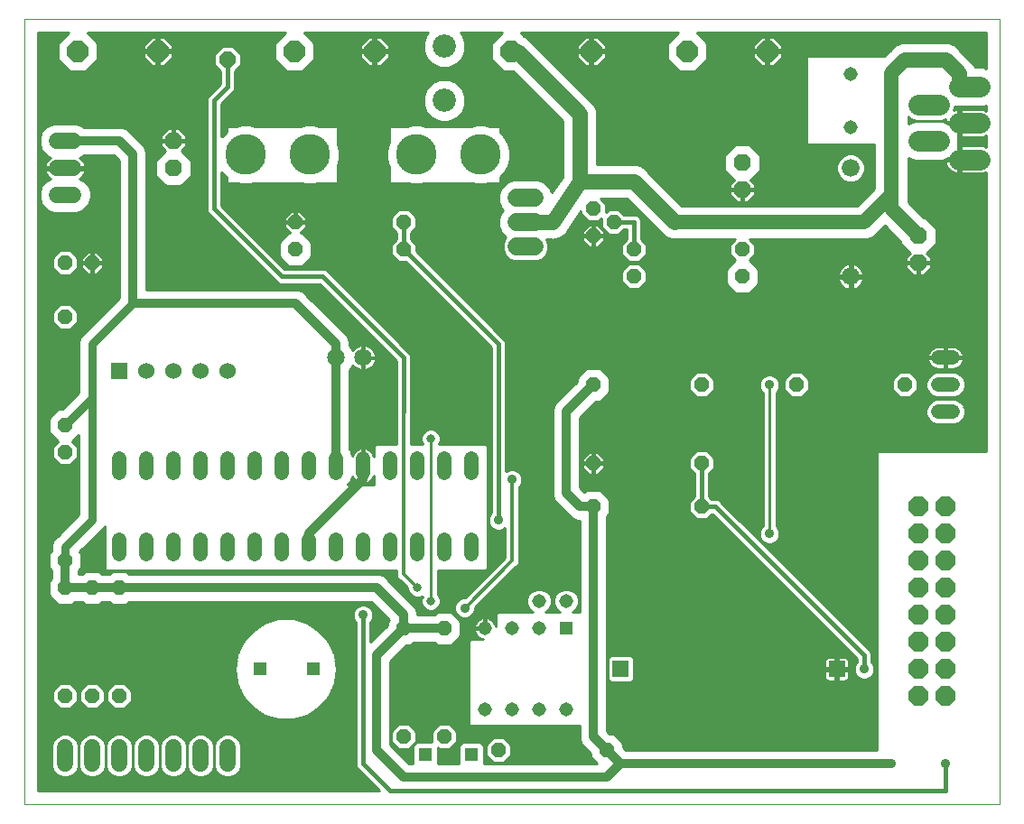
<source format=gtl>
G75*
G70*
%OFA0B0*%
%FSLAX24Y24*%
%IPPOS*%
%LPD*%
%AMOC8*
5,1,8,0,0,1.08239X$1,22.5*
%
%ADD10C,0.0000*%
%ADD11C,0.0520*%
%ADD12OC8,0.0740*%
%ADD13C,0.0600*%
%ADD14OC8,0.0520*%
%ADD15C,0.0650*%
%ADD16R,0.0515X0.0515*%
%ADD17C,0.0515*%
%ADD18R,0.0594X0.0594*%
%ADD19OC8,0.0630*%
%ADD20R,0.0600X0.0600*%
%ADD21C,0.0600*%
%ADD22C,0.0660*%
%ADD23C,0.0860*%
%ADD24C,0.1500*%
%ADD25C,0.0650*%
%ADD26OC8,0.0768*%
%ADD27OC8,0.0600*%
%ADD28C,0.0750*%
%ADD29C,0.0320*%
%ADD30C,0.0360*%
%ADD31C,0.0300*%
%ADD32C,0.0160*%
%ADD33C,0.0100*%
%ADD34C,0.0320*%
%ADD35C,0.0120*%
%ADD36C,0.0150*%
%ADD37C,0.0540*%
%ADD38C,0.0560*%
D10*
X000101Y000101D02*
X000101Y029101D01*
X036101Y029101D01*
X036101Y000101D01*
X000101Y000101D01*
D11*
X003601Y009341D02*
X003601Y009861D01*
X004601Y009861D02*
X004601Y009341D01*
X005601Y009341D02*
X005601Y009861D01*
X006601Y009861D02*
X006601Y009341D01*
X007601Y009341D02*
X007601Y009861D01*
X008601Y009861D02*
X008601Y009341D01*
X009601Y009341D02*
X009601Y009861D01*
X010601Y009861D02*
X010601Y009341D01*
X011601Y009341D02*
X011601Y009861D01*
X012601Y009861D02*
X012601Y009341D01*
X013601Y009341D02*
X013601Y009861D01*
X014601Y009861D02*
X014601Y009341D01*
X015601Y009341D02*
X015601Y009861D01*
X016601Y009861D02*
X016601Y009341D01*
X016601Y012341D02*
X016601Y012861D01*
X015601Y012861D02*
X015601Y012341D01*
X014601Y012341D02*
X014601Y012861D01*
X013601Y012861D02*
X013601Y012341D01*
X012601Y012341D02*
X012601Y012861D01*
X011601Y012861D02*
X011601Y012341D01*
X010601Y012341D02*
X010601Y012861D01*
X009601Y012861D02*
X009601Y012341D01*
X008601Y012341D02*
X008601Y012861D01*
X007601Y012861D02*
X007601Y012341D01*
X006601Y012341D02*
X006601Y012861D01*
X005601Y012861D02*
X005601Y012341D01*
X004601Y012341D02*
X004601Y012861D01*
X003601Y012861D02*
X003601Y012341D01*
X033841Y014601D02*
X034361Y014601D01*
X034361Y015601D02*
X033841Y015601D01*
X033841Y016601D02*
X034361Y016601D01*
D12*
X034101Y011101D03*
X033101Y011101D03*
X033101Y010101D03*
X034101Y010101D03*
X034101Y009101D03*
X033101Y009101D03*
X033101Y008101D03*
X034101Y008101D03*
X034101Y007101D03*
X033101Y007101D03*
X033101Y006101D03*
X034101Y006101D03*
X034101Y005101D03*
X034101Y004101D03*
X033101Y004101D03*
X033101Y005101D03*
D13*
X007601Y002201D02*
X007601Y001601D01*
X006601Y001601D02*
X006601Y002201D01*
X005601Y002201D02*
X005601Y001601D01*
X004601Y001601D02*
X004601Y002201D01*
X003601Y002201D02*
X003601Y001601D01*
X002601Y001601D02*
X002601Y002201D01*
X001601Y002201D02*
X001601Y001601D01*
X001901Y022601D02*
X001301Y022601D01*
X001301Y023601D02*
X001901Y023601D01*
X001901Y024601D02*
X001301Y024601D01*
D14*
X001601Y020101D03*
X002601Y020101D03*
X001601Y018101D03*
X001601Y014101D03*
X001601Y013101D03*
X001601Y009101D03*
X001601Y008101D03*
X002601Y008101D03*
X003601Y008101D03*
X003601Y004101D03*
X002601Y004101D03*
X001601Y004101D03*
X014101Y002601D03*
X015601Y002601D03*
X017601Y002101D03*
X021601Y002101D03*
X015601Y006601D03*
X014101Y006601D03*
X021101Y011101D03*
X021101Y012701D03*
X021101Y015601D03*
X025101Y015601D03*
X028601Y015601D03*
X025101Y012701D03*
X025101Y011101D03*
X032601Y015601D03*
X026601Y019601D03*
X026601Y020601D03*
X022601Y020601D03*
X022601Y019601D03*
X021101Y021101D03*
X021851Y021601D03*
X021101Y022101D03*
X014101Y021601D03*
X014101Y020601D03*
X010101Y020601D03*
X010101Y021601D03*
D15*
X011601Y016601D03*
X012601Y016601D03*
D16*
X020101Y006601D03*
X016601Y001951D03*
X014901Y001951D03*
X010782Y005101D03*
X008813Y005101D03*
D17*
X017101Y006601D03*
X018101Y006601D03*
X019101Y006601D03*
X019101Y007601D03*
X020101Y007601D03*
X020101Y003601D03*
X019101Y003601D03*
X018101Y003601D03*
X017101Y003601D03*
X030601Y025117D03*
X030601Y027085D03*
D18*
X030087Y005101D03*
X022115Y005101D03*
D19*
X033101Y020101D03*
X033101Y021101D03*
X026601Y022801D03*
X026601Y023801D03*
X005601Y023601D03*
X005601Y024601D03*
D20*
X003601Y016101D03*
D21*
X004601Y016101D03*
X005601Y016101D03*
X006601Y016101D03*
X007601Y016101D03*
D22*
X030601Y019601D03*
X030601Y023601D03*
D23*
X015601Y026101D03*
X015601Y028101D03*
D24*
X014569Y024101D03*
X016931Y024101D03*
X010632Y024101D03*
X008270Y024101D03*
D25*
X018276Y022498D02*
X018926Y022498D01*
X018926Y021601D02*
X018276Y021601D01*
X018276Y020703D02*
X018926Y020703D01*
D26*
X018077Y027912D03*
X021030Y027912D03*
X024577Y027912D03*
X027530Y027912D03*
X013030Y027912D03*
X010077Y027912D03*
X005030Y027912D03*
X002077Y027912D03*
D27*
X007601Y027601D03*
D28*
X033101Y025931D02*
X033851Y025931D01*
X034601Y025261D02*
X035351Y025261D01*
X033851Y024611D02*
X033101Y024611D01*
X034601Y023921D02*
X035351Y023921D01*
X035351Y026601D02*
X034601Y026601D01*
D29*
X021101Y015601D02*
X020101Y014601D01*
X020101Y011601D01*
X020601Y011101D01*
X021101Y011101D01*
X021101Y002601D01*
X021601Y002101D01*
X022101Y001601D01*
X021601Y001101D01*
X014101Y001101D01*
X013101Y002101D01*
X013101Y005601D01*
X014101Y006601D01*
X014101Y007101D01*
X013101Y008101D01*
X003601Y008101D01*
X002601Y008101D01*
X001601Y008101D01*
X001601Y009101D01*
X010601Y009601D02*
X010601Y010101D01*
X012601Y012101D01*
X012601Y012601D01*
X011601Y012601D02*
X011601Y016601D01*
X011601Y017101D01*
X010101Y018601D01*
X004101Y018601D01*
X004101Y024101D01*
X003601Y024601D01*
X001601Y024601D01*
X014101Y006601D02*
X015601Y006601D01*
X022101Y001601D02*
X032101Y001601D01*
D30*
X032101Y001601D03*
X034101Y001601D03*
X031101Y005101D03*
X027601Y010101D03*
X027601Y015601D03*
X018101Y012101D03*
X017601Y010601D03*
X016351Y007351D03*
X014851Y004751D03*
X012601Y007101D03*
X004101Y018601D03*
D31*
X002601Y017101D01*
X002601Y015101D01*
X002601Y010601D01*
X001601Y009601D01*
X001601Y009101D01*
X001601Y014101D02*
X002601Y015101D01*
D32*
X009601Y019601D02*
X007101Y022101D01*
X007101Y026101D01*
X007601Y026601D01*
X007601Y027601D01*
X014101Y020601D02*
X017601Y017101D01*
X017601Y016101D01*
X014101Y016601D02*
X014101Y014601D01*
X014101Y016601D02*
X011101Y019601D01*
X009601Y019601D01*
X025101Y012701D02*
X025101Y011101D01*
X025601Y011101D01*
X031101Y005601D01*
X031101Y005101D01*
D33*
X031368Y004831D02*
X031551Y004831D01*
X031551Y004929D02*
X031441Y004929D01*
X031423Y004886D02*
X031481Y005025D01*
X031481Y005176D01*
X031423Y005316D01*
X031381Y005358D01*
X031381Y005656D01*
X031338Y005759D01*
X031259Y005838D01*
X025838Y011259D01*
X025759Y011338D01*
X025656Y011381D01*
X025471Y011381D01*
X025381Y011471D01*
X025381Y012330D01*
X025561Y012510D01*
X025561Y012891D01*
X025291Y013161D01*
X024910Y013161D01*
X024641Y012891D01*
X024641Y012510D01*
X024821Y012330D01*
X024821Y011471D01*
X024641Y011291D01*
X024641Y010910D01*
X024910Y010641D01*
X025291Y010641D01*
X025471Y010821D01*
X025485Y010821D01*
X030821Y005485D01*
X030821Y005358D01*
X030779Y005316D01*
X030721Y005176D01*
X030721Y005025D01*
X030779Y004886D01*
X030886Y004779D01*
X031025Y004721D01*
X031176Y004721D01*
X031316Y004779D01*
X031423Y004886D01*
X031481Y005028D02*
X031551Y005028D01*
X031551Y005126D02*
X031481Y005126D01*
X031461Y005225D02*
X031551Y005225D01*
X031551Y005324D02*
X031415Y005324D01*
X031381Y005422D02*
X031551Y005422D01*
X031551Y005521D02*
X031381Y005521D01*
X031381Y005619D02*
X031551Y005619D01*
X031551Y005718D02*
X031355Y005718D01*
X031281Y005816D02*
X031551Y005816D01*
X031551Y005915D02*
X031183Y005915D01*
X031084Y006013D02*
X031551Y006013D01*
X031551Y006112D02*
X030986Y006112D01*
X030887Y006210D02*
X031551Y006210D01*
X031551Y006309D02*
X030788Y006309D01*
X030690Y006408D02*
X031551Y006408D01*
X031551Y006506D02*
X030591Y006506D01*
X030493Y006605D02*
X031551Y006605D01*
X031551Y006703D02*
X030394Y006703D01*
X030296Y006802D02*
X031551Y006802D01*
X031551Y006900D02*
X030197Y006900D01*
X030099Y006999D02*
X031551Y006999D01*
X031551Y007097D02*
X030000Y007097D01*
X029902Y007196D02*
X031551Y007196D01*
X031551Y007294D02*
X029803Y007294D01*
X029704Y007393D02*
X031551Y007393D01*
X031551Y007492D02*
X029606Y007492D01*
X029507Y007590D02*
X031551Y007590D01*
X031551Y007689D02*
X029409Y007689D01*
X029310Y007787D02*
X031551Y007787D01*
X031551Y007886D02*
X029212Y007886D01*
X029113Y007984D02*
X031551Y007984D01*
X031551Y008083D02*
X029015Y008083D01*
X028916Y008181D02*
X031551Y008181D01*
X031551Y008280D02*
X028818Y008280D01*
X028719Y008378D02*
X031551Y008378D01*
X031551Y008477D02*
X028621Y008477D01*
X028522Y008576D02*
X031551Y008576D01*
X031551Y008674D02*
X028423Y008674D01*
X028325Y008773D02*
X031551Y008773D01*
X031551Y008871D02*
X028226Y008871D01*
X028128Y008970D02*
X031551Y008970D01*
X031551Y009068D02*
X028029Y009068D01*
X027931Y009167D02*
X031551Y009167D01*
X031551Y009265D02*
X027832Y009265D01*
X027734Y009364D02*
X031551Y009364D01*
X031551Y009462D02*
X027635Y009462D01*
X027537Y009561D02*
X031551Y009561D01*
X031551Y009659D02*
X027438Y009659D01*
X027435Y009758D02*
X027339Y009758D01*
X027386Y009779D02*
X027525Y009721D01*
X027676Y009721D01*
X027816Y009779D01*
X027923Y009886D01*
X027981Y010025D01*
X027981Y010176D01*
X027923Y010316D01*
X027851Y010388D01*
X027851Y015313D01*
X027923Y015386D01*
X027981Y015525D01*
X027981Y015676D01*
X027923Y015816D01*
X027816Y015923D01*
X027676Y015981D01*
X027525Y015981D01*
X027386Y015923D01*
X027279Y015816D01*
X027221Y015676D01*
X027221Y015525D01*
X027279Y015386D01*
X027351Y015313D01*
X027351Y010388D01*
X027279Y010316D01*
X027221Y010176D01*
X027221Y010025D01*
X027279Y009886D01*
X027386Y009779D01*
X027308Y009857D02*
X027241Y009857D01*
X027250Y009955D02*
X027142Y009955D01*
X027221Y010054D02*
X027044Y010054D01*
X026945Y010152D02*
X027221Y010152D01*
X027252Y010251D02*
X026847Y010251D01*
X026748Y010349D02*
X027312Y010349D01*
X027351Y010448D02*
X026650Y010448D01*
X026551Y010546D02*
X027351Y010546D01*
X027351Y010645D02*
X026453Y010645D01*
X026354Y010743D02*
X027351Y010743D01*
X027351Y010842D02*
X026255Y010842D01*
X026157Y010941D02*
X027351Y010941D01*
X027351Y011039D02*
X026058Y011039D01*
X025960Y011138D02*
X027351Y011138D01*
X027351Y011236D02*
X025861Y011236D01*
X025763Y011335D02*
X027351Y011335D01*
X027351Y011433D02*
X025419Y011433D01*
X025381Y011532D02*
X027351Y011532D01*
X027351Y011630D02*
X025381Y011630D01*
X025381Y011729D02*
X027351Y011729D01*
X027351Y011827D02*
X025381Y011827D01*
X025381Y011926D02*
X027351Y011926D01*
X027351Y012025D02*
X025381Y012025D01*
X025381Y012123D02*
X027351Y012123D01*
X027351Y012222D02*
X025381Y012222D01*
X025381Y012320D02*
X027351Y012320D01*
X027351Y012419D02*
X025469Y012419D01*
X025561Y012517D02*
X027351Y012517D01*
X027351Y012616D02*
X025561Y012616D01*
X025561Y012714D02*
X027351Y012714D01*
X027351Y012813D02*
X025561Y012813D01*
X025541Y012911D02*
X027351Y012911D01*
X027351Y013010D02*
X025442Y013010D01*
X025344Y013109D02*
X027351Y013109D01*
X027351Y013207D02*
X020611Y013207D01*
X020611Y013109D02*
X020929Y013109D01*
X020931Y013111D02*
X020691Y012871D01*
X020691Y012731D01*
X021071Y012731D01*
X021071Y013111D01*
X020931Y013111D01*
X021071Y013109D02*
X021131Y013109D01*
X021131Y013111D02*
X021271Y013111D01*
X021511Y012871D01*
X021511Y012731D01*
X021131Y012731D01*
X021131Y012671D01*
X021511Y012671D01*
X021511Y012531D01*
X021271Y012291D01*
X021131Y012291D01*
X021131Y012671D01*
X021071Y012671D01*
X021071Y012291D01*
X020931Y012291D01*
X020691Y012531D01*
X020691Y012671D01*
X021071Y012671D01*
X021071Y012731D01*
X021131Y012731D01*
X021131Y013111D01*
X021131Y013010D02*
X021071Y013010D01*
X021071Y012911D02*
X021131Y012911D01*
X021131Y012813D02*
X021071Y012813D01*
X021071Y012714D02*
X020611Y012714D01*
X020611Y012616D02*
X020691Y012616D01*
X020704Y012517D02*
X020611Y012517D01*
X020611Y012419D02*
X020803Y012419D01*
X020902Y012320D02*
X020611Y012320D01*
X020611Y012222D02*
X024821Y012222D01*
X024821Y012320D02*
X021300Y012320D01*
X021399Y012419D02*
X024732Y012419D01*
X024641Y012517D02*
X021497Y012517D01*
X021511Y012616D02*
X024641Y012616D01*
X024641Y012714D02*
X021131Y012714D01*
X021131Y012616D02*
X021071Y012616D01*
X021071Y012517D02*
X021131Y012517D01*
X021131Y012419D02*
X021071Y012419D01*
X021071Y012320D02*
X021131Y012320D01*
X020611Y012123D02*
X024821Y012123D01*
X024821Y012025D02*
X020611Y012025D01*
X020611Y011926D02*
X024821Y011926D01*
X024821Y011827D02*
X020611Y011827D01*
X020611Y011812D02*
X020611Y014390D01*
X027351Y014390D01*
X027351Y014488D02*
X020709Y014488D01*
X020611Y014390D02*
X021212Y014991D01*
X021353Y014991D01*
X021711Y015348D01*
X021711Y015853D01*
X021353Y016211D01*
X020848Y016211D01*
X020491Y015853D01*
X020491Y015712D01*
X019812Y015033D01*
X019668Y014890D01*
X019591Y014702D01*
X019591Y011702D01*
X019591Y011499D01*
X019668Y011312D01*
X020168Y010812D01*
X020312Y010668D01*
X020499Y010591D01*
X020591Y010591D01*
X020591Y007201D01*
X020330Y007201D01*
X020360Y007213D01*
X020489Y007342D01*
X020558Y007510D01*
X020558Y007692D01*
X020489Y007860D01*
X020360Y007989D01*
X020192Y008058D01*
X020010Y008058D01*
X019842Y007989D01*
X019713Y007860D01*
X019643Y007692D01*
X019643Y007510D01*
X019713Y007342D01*
X019842Y007213D01*
X019871Y007201D01*
X019330Y007201D01*
X019360Y007213D01*
X019489Y007342D01*
X019558Y007510D01*
X019558Y007692D01*
X019489Y007860D01*
X019360Y007989D01*
X019192Y008058D01*
X019010Y008058D01*
X018842Y007989D01*
X018713Y007860D01*
X018643Y007692D01*
X018643Y007510D01*
X018713Y007342D01*
X018842Y007213D01*
X018871Y007201D01*
X017642Y007201D01*
X017559Y007201D01*
X017501Y007142D01*
X017501Y006680D01*
X017498Y006696D01*
X017478Y006757D01*
X017449Y006814D01*
X017412Y006866D01*
X017366Y006912D01*
X017314Y006949D01*
X017257Y006978D01*
X017196Y006998D01*
X017133Y007008D01*
X017130Y007008D01*
X017130Y006630D01*
X017072Y006630D01*
X017072Y007008D01*
X017069Y007008D01*
X017005Y006998D01*
X016944Y006978D01*
X016887Y006949D01*
X016835Y006912D01*
X016790Y006866D01*
X016752Y006814D01*
X016723Y006757D01*
X016703Y006696D01*
X016693Y006633D01*
X016693Y006630D01*
X017072Y006630D01*
X017072Y006572D01*
X016693Y006572D01*
X016693Y006569D01*
X016703Y006505D01*
X016723Y006444D01*
X016752Y006387D01*
X016790Y006335D01*
X016835Y006290D01*
X016887Y006252D01*
X016944Y006223D01*
X017005Y006203D01*
X017022Y006201D01*
X016642Y006201D01*
X016559Y006201D01*
X016501Y006142D01*
X016501Y003059D01*
X016559Y003001D01*
X016642Y003001D01*
X019962Y003001D01*
X019980Y002993D01*
X020222Y002993D01*
X020240Y003001D01*
X020559Y003001D01*
X020591Y003001D01*
X020591Y002499D01*
X020668Y002312D01*
X020812Y002168D01*
X020991Y001990D01*
X020991Y001848D01*
X021228Y001611D01*
X017058Y001611D01*
X017058Y002291D01*
X016941Y002408D01*
X016260Y002408D01*
X016143Y002291D01*
X016143Y001611D01*
X015358Y001611D01*
X015358Y002193D01*
X015410Y002141D01*
X015791Y002141D01*
X016061Y002410D01*
X016061Y002791D01*
X015791Y003061D01*
X015410Y003061D01*
X015141Y002791D01*
X015141Y002410D01*
X015143Y002408D01*
X014560Y002408D01*
X014443Y002291D01*
X014443Y001611D01*
X014312Y001611D01*
X013611Y002312D01*
X013611Y005390D01*
X014212Y005991D01*
X014353Y005991D01*
X014453Y006091D01*
X015248Y006091D01*
X015348Y005991D01*
X015853Y005991D01*
X016211Y006348D01*
X016211Y006853D01*
X015853Y007211D01*
X015348Y007211D01*
X015248Y007111D01*
X014611Y007111D01*
X014611Y007202D01*
X014533Y007390D01*
X013533Y008390D01*
X013390Y008533D01*
X013202Y008611D01*
X003953Y008611D01*
X003853Y008711D01*
X003348Y008711D01*
X003248Y008611D01*
X002953Y008611D01*
X002853Y008711D01*
X002348Y008711D01*
X002248Y008611D01*
X002111Y008611D01*
X002111Y008748D01*
X002211Y008848D01*
X002211Y009353D01*
X002136Y009429D01*
X003025Y010318D01*
X003051Y010381D01*
X003051Y008892D01*
X003051Y008809D01*
X003109Y008751D01*
X003192Y008751D01*
X003242Y008751D01*
X013841Y008751D01*
X013841Y008549D01*
X013880Y008454D01*
X013954Y008380D01*
X014241Y008093D01*
X014241Y008029D01*
X014296Y007897D01*
X014397Y007796D01*
X014529Y007741D01*
X014672Y007741D01*
X014789Y007789D01*
X014741Y007672D01*
X014741Y007529D01*
X014796Y007397D01*
X014897Y007296D01*
X015029Y007241D01*
X015172Y007241D01*
X015305Y007296D01*
X015406Y007397D01*
X015461Y007529D01*
X015461Y007672D01*
X015406Y007805D01*
X015351Y007860D01*
X015351Y008751D01*
X017142Y008751D01*
X017201Y008809D01*
X017201Y008892D01*
X017201Y013342D01*
X017142Y013401D01*
X017059Y013401D01*
X015408Y013401D01*
X015461Y013529D01*
X015461Y013672D01*
X015406Y013805D01*
X015305Y013906D01*
X015172Y013961D01*
X015029Y013961D01*
X014897Y013906D01*
X014796Y013805D01*
X014741Y013672D01*
X014741Y013529D01*
X014794Y013401D01*
X014361Y013401D01*
X014361Y014497D01*
X014381Y014545D01*
X014381Y016545D01*
X014381Y016656D01*
X017321Y016656D01*
X017321Y016558D02*
X014381Y016558D01*
X014381Y016656D02*
X014338Y016759D01*
X011259Y019838D01*
X011156Y019881D01*
X011045Y019881D01*
X009717Y019881D01*
X007381Y022217D01*
X007381Y023441D01*
X007390Y023425D01*
X007551Y023264D01*
X007551Y023080D01*
X007580Y023051D01*
X007939Y023051D01*
X008125Y023001D01*
X008415Y023001D01*
X008601Y023051D01*
X010301Y023051D01*
X010487Y023001D01*
X010777Y023001D01*
X010964Y023051D01*
X011621Y023051D01*
X011651Y023080D01*
X011651Y023665D01*
X011657Y023676D01*
X011732Y023956D01*
X011732Y024246D01*
X011657Y024525D01*
X011651Y024537D01*
X011651Y025121D01*
X011621Y025151D01*
X010964Y025151D01*
X010777Y025201D01*
X010487Y025201D01*
X010301Y025151D01*
X008601Y025151D01*
X008415Y025201D01*
X008125Y025201D01*
X007939Y025151D01*
X007580Y025151D01*
X007551Y025121D01*
X007551Y024937D01*
X007390Y024776D01*
X007381Y024760D01*
X007381Y025985D01*
X007759Y026363D01*
X007838Y026442D01*
X007881Y026545D01*
X007881Y027174D01*
X008101Y027394D01*
X008101Y027808D01*
X007808Y028101D01*
X007394Y028101D01*
X007101Y027808D01*
X007101Y027394D01*
X007321Y027174D01*
X007321Y026717D01*
X006863Y026259D01*
X006821Y026156D01*
X006821Y026045D01*
X006821Y022045D01*
X006863Y021942D01*
X006942Y021863D01*
X009442Y019363D01*
X009545Y019321D01*
X009656Y019321D01*
X010985Y019321D01*
X013821Y016485D01*
X013821Y014545D01*
X013841Y014497D01*
X013841Y013401D01*
X013059Y013401D01*
X013001Y013342D01*
X013001Y013259D01*
X013001Y012956D01*
X013001Y012957D01*
X012981Y013018D01*
X012951Y013076D01*
X012914Y013128D01*
X012868Y013174D01*
X012816Y013211D01*
X012758Y013241D01*
X012697Y013261D01*
X012633Y013271D01*
X012631Y013271D01*
X012631Y012631D01*
X012571Y012631D01*
X012571Y013271D01*
X012568Y013271D01*
X012505Y013261D01*
X012443Y013241D01*
X012386Y013211D01*
X012334Y013174D01*
X012288Y013128D01*
X012250Y013076D01*
X012221Y013018D01*
X012210Y012984D01*
X012118Y013206D01*
X012111Y013213D01*
X012111Y016156D01*
X012173Y016218D01*
X012216Y016322D01*
X012238Y016291D01*
X012291Y016238D01*
X012352Y016195D01*
X012418Y016161D01*
X012490Y016137D01*
X012563Y016126D01*
X012582Y016126D01*
X012582Y016582D01*
X012620Y016582D01*
X012620Y016620D01*
X012582Y016620D01*
X012582Y017076D01*
X012563Y017076D01*
X012490Y017064D01*
X012418Y017041D01*
X012352Y017007D01*
X012291Y016963D01*
X012238Y016910D01*
X012216Y016879D01*
X012173Y016983D01*
X012111Y017045D01*
X012111Y017202D01*
X012033Y017390D01*
X011890Y017533D01*
X011890Y017533D01*
X010533Y018890D01*
X010390Y019033D01*
X010202Y019111D01*
X004611Y019111D01*
X004611Y024202D01*
X004533Y024390D01*
X004390Y024533D01*
X003890Y025033D01*
X003702Y025111D01*
X003499Y025111D01*
X002310Y025111D01*
X002269Y025152D01*
X002030Y025251D01*
X001171Y025251D01*
X000933Y025152D01*
X000750Y024969D01*
X000651Y024730D01*
X000651Y024471D01*
X000750Y024233D01*
X000933Y024050D01*
X001075Y023991D01*
X001065Y023986D01*
X001008Y023944D01*
X000958Y023894D01*
X000916Y023837D01*
X000884Y023774D01*
X000862Y023706D01*
X000853Y023651D01*
X001551Y023651D01*
X001551Y023551D01*
X000853Y023551D01*
X000862Y023495D01*
X000884Y023428D01*
X000916Y023365D01*
X000958Y023308D01*
X001008Y023258D01*
X001065Y023216D01*
X001075Y023211D01*
X000933Y023152D01*
X000750Y022969D01*
X000651Y022730D01*
X000651Y022471D01*
X000750Y022233D01*
X000933Y022050D01*
X001171Y021951D01*
X002030Y021951D01*
X002269Y022050D01*
X002452Y022233D01*
X002551Y022471D01*
X002551Y022730D01*
X002452Y022969D01*
X002269Y023152D01*
X002127Y023211D01*
X002137Y023216D01*
X002194Y023258D01*
X002244Y023308D01*
X002286Y023365D01*
X002318Y023428D01*
X002340Y023495D01*
X002348Y023551D01*
X001651Y023551D01*
X001651Y023651D01*
X002348Y023651D01*
X002340Y023706D01*
X002318Y023774D01*
X002286Y023837D01*
X002244Y023894D01*
X002194Y023944D01*
X002137Y023986D01*
X002127Y023991D01*
X002269Y024050D01*
X002310Y024091D01*
X003390Y024091D01*
X003591Y023890D01*
X003591Y018798D01*
X002177Y017384D01*
X002101Y017200D01*
X002101Y017001D01*
X002101Y015308D01*
X001504Y014711D01*
X001348Y014711D01*
X000991Y014353D01*
X000991Y013848D01*
X001344Y013495D01*
X001141Y013291D01*
X001141Y012910D01*
X001410Y012641D01*
X001791Y012641D01*
X002061Y012910D01*
X002061Y013291D01*
X001857Y013495D01*
X002101Y013738D01*
X002101Y010808D01*
X001318Y010025D01*
X001177Y009884D01*
X001101Y009700D01*
X001101Y009463D01*
X000991Y009353D01*
X000991Y008848D01*
X001091Y008748D01*
X001091Y008453D01*
X000991Y008353D01*
X000991Y007848D01*
X001348Y007491D01*
X001853Y007491D01*
X001953Y007591D01*
X002248Y007591D01*
X002348Y007491D01*
X002853Y007491D01*
X002953Y007591D01*
X003248Y007591D01*
X003348Y007491D01*
X003853Y007491D01*
X003953Y007591D01*
X012890Y007591D01*
X013559Y006921D01*
X013491Y006853D01*
X013491Y006712D01*
X012876Y006097D01*
X012876Y006838D01*
X012923Y006886D01*
X012981Y007025D01*
X012981Y007176D01*
X012923Y007316D01*
X012816Y007423D01*
X012676Y007481D01*
X012525Y007481D01*
X012386Y007423D01*
X012279Y007316D01*
X012221Y007176D01*
X012221Y007025D01*
X012279Y006886D01*
X012326Y006838D01*
X012326Y001655D01*
X012326Y001546D01*
X012368Y001445D01*
X013212Y000601D01*
X000601Y000601D01*
X000601Y028601D01*
X001728Y028601D01*
X001343Y028216D01*
X001343Y027608D01*
X001773Y027178D01*
X002381Y027178D01*
X002811Y027608D01*
X002811Y028216D01*
X002426Y028601D01*
X009728Y028601D01*
X009343Y028216D01*
X009343Y027608D01*
X009773Y027178D01*
X010381Y027178D01*
X010811Y027608D01*
X010811Y028216D01*
X010426Y028601D01*
X014998Y028601D01*
X014940Y028543D01*
X014821Y028256D01*
X014821Y027946D01*
X014940Y027659D01*
X015159Y027440D01*
X015446Y027321D01*
X015756Y027321D01*
X016043Y027440D01*
X016262Y027659D01*
X016381Y027946D01*
X016381Y028256D01*
X016262Y028543D01*
X016204Y028601D01*
X017728Y028601D01*
X017343Y028216D01*
X017343Y027608D01*
X017773Y027178D01*
X018133Y027178D01*
X019971Y025340D01*
X019971Y023291D01*
X019574Y022696D01*
X019498Y022881D01*
X019308Y023070D01*
X019060Y023173D01*
X018142Y023173D01*
X017894Y023070D01*
X017704Y022881D01*
X017601Y022633D01*
X017601Y022364D01*
X017704Y022116D01*
X017771Y022050D01*
X017704Y021983D01*
X017601Y021735D01*
X017601Y021467D01*
X017704Y021219D01*
X017877Y021046D01*
X017831Y021000D01*
X017751Y020808D01*
X017751Y020599D01*
X017831Y020406D01*
X017979Y020258D01*
X018172Y020178D01*
X019030Y020178D01*
X019223Y020258D01*
X019370Y020406D01*
X019450Y020599D01*
X019450Y020808D01*
X019383Y020971D01*
X019539Y020971D01*
X019601Y020958D01*
X019663Y020971D01*
X019726Y020971D01*
X019785Y020995D01*
X019847Y021008D01*
X019899Y021043D01*
X019958Y021067D01*
X020003Y021112D01*
X020055Y021147D01*
X020090Y021199D01*
X020135Y021244D01*
X020159Y021303D01*
X020641Y022025D01*
X020641Y021910D01*
X020910Y021641D01*
X021291Y021641D01*
X021391Y021740D01*
X021391Y021410D01*
X021660Y021141D01*
X022041Y021141D01*
X022226Y021326D01*
X022326Y021326D01*
X022326Y020976D01*
X022141Y020791D01*
X022141Y020410D01*
X022410Y020141D01*
X022791Y020141D01*
X023061Y020410D01*
X023061Y020791D01*
X022876Y020976D01*
X022876Y021546D01*
X022876Y021655D01*
X022834Y021757D01*
X022757Y021834D01*
X022655Y021876D01*
X022226Y021876D01*
X022041Y022061D01*
X021660Y022061D01*
X021561Y021961D01*
X021561Y022291D01*
X021381Y022471D01*
X022340Y022471D01*
X023744Y021067D01*
X023975Y020971D01*
X024226Y020971D01*
X024250Y020981D01*
X026330Y020981D01*
X026141Y020791D01*
X026141Y020410D01*
X026344Y020207D01*
X025991Y019853D01*
X025991Y019348D01*
X026348Y018991D01*
X026853Y018991D01*
X027211Y019348D01*
X027211Y019853D01*
X026857Y020207D01*
X027061Y020410D01*
X027061Y020791D01*
X026871Y020981D01*
X031224Y020981D01*
X031452Y021075D01*
X031626Y021250D01*
X031851Y021474D01*
X032436Y020889D01*
X032436Y020825D01*
X032802Y020459D01*
X032636Y020293D01*
X032636Y020131D01*
X033071Y020131D01*
X033071Y020071D01*
X033131Y020071D01*
X033131Y020131D01*
X033566Y020131D01*
X033566Y020293D01*
X033400Y020459D01*
X033766Y020825D01*
X033766Y021376D01*
X033376Y021766D01*
X033313Y021766D01*
X032721Y022358D01*
X032721Y022477D01*
X032721Y022724D01*
X032721Y023983D01*
X032957Y023886D01*
X033995Y023886D01*
X034200Y023971D01*
X034551Y023971D01*
X034551Y024406D01*
X034576Y024467D01*
X034576Y024755D01*
X034551Y024815D01*
X034551Y025211D01*
X034276Y025211D01*
X034261Y025225D01*
X033995Y025336D01*
X032957Y025336D01*
X032721Y025238D01*
X032721Y025498D01*
X032775Y025443D01*
X032986Y025356D01*
X033965Y025356D01*
X034097Y025411D01*
X034089Y025384D01*
X034077Y025311D01*
X034551Y025311D01*
X034551Y025784D01*
X034478Y025773D01*
X034399Y025747D01*
X034397Y025746D01*
X034426Y025816D01*
X034426Y025889D01*
X034457Y025876D01*
X035495Y025876D01*
X035601Y025920D01*
X035601Y025723D01*
X035552Y025747D01*
X035474Y025773D01*
X035392Y025786D01*
X034651Y025786D01*
X034651Y025311D01*
X034551Y025311D01*
X034551Y025211D01*
X034651Y025211D01*
X034651Y024736D01*
X035392Y024736D01*
X035474Y024749D01*
X035552Y024774D01*
X035601Y024799D01*
X035601Y024383D01*
X035552Y024407D01*
X035474Y024433D01*
X035392Y024446D01*
X034651Y024446D01*
X034651Y023971D01*
X034551Y023971D01*
X034551Y023871D01*
X034651Y023871D01*
X034651Y023396D01*
X035392Y023396D01*
X035474Y023409D01*
X035552Y023434D01*
X035601Y023459D01*
X035601Y013151D01*
X031580Y013151D01*
X031551Y013121D01*
X031551Y002111D01*
X022312Y002111D01*
X022211Y002212D01*
X022211Y002353D01*
X021853Y002711D01*
X021712Y002711D01*
X021611Y002812D01*
X021611Y010748D01*
X021711Y010848D01*
X021711Y011353D01*
X021353Y011711D01*
X020848Y011711D01*
X020780Y011643D01*
X020611Y011812D01*
X020694Y011729D02*
X024821Y011729D01*
X024821Y011630D02*
X021434Y011630D01*
X021532Y011532D02*
X024821Y011532D01*
X024783Y011433D02*
X021631Y011433D01*
X021711Y011335D02*
X024684Y011335D01*
X024641Y011236D02*
X021711Y011236D01*
X021711Y011138D02*
X024641Y011138D01*
X024641Y011039D02*
X021711Y011039D01*
X021711Y010941D02*
X024641Y010941D01*
X024709Y010842D02*
X021705Y010842D01*
X021611Y010743D02*
X024808Y010743D01*
X024906Y010645D02*
X021611Y010645D01*
X021611Y010546D02*
X025759Y010546D01*
X025858Y010448D02*
X021611Y010448D01*
X021611Y010349D02*
X025956Y010349D01*
X026055Y010251D02*
X021611Y010251D01*
X021611Y010152D02*
X026153Y010152D01*
X026252Y010054D02*
X021611Y010054D01*
X021611Y009955D02*
X026350Y009955D01*
X026449Y009857D02*
X021611Y009857D01*
X021611Y009758D02*
X026548Y009758D01*
X026646Y009659D02*
X021611Y009659D01*
X021611Y009561D02*
X026745Y009561D01*
X026843Y009462D02*
X021611Y009462D01*
X021611Y009364D02*
X026942Y009364D01*
X027040Y009265D02*
X021611Y009265D01*
X021611Y009167D02*
X027139Y009167D01*
X027237Y009068D02*
X021611Y009068D01*
X021611Y008970D02*
X027336Y008970D01*
X027434Y008871D02*
X021611Y008871D01*
X021611Y008773D02*
X027533Y008773D01*
X027632Y008674D02*
X021611Y008674D01*
X021611Y008576D02*
X027730Y008576D01*
X027829Y008477D02*
X021611Y008477D01*
X021611Y008378D02*
X027927Y008378D01*
X028026Y008280D02*
X021611Y008280D01*
X021611Y008181D02*
X028124Y008181D01*
X028223Y008083D02*
X021611Y008083D01*
X021611Y007984D02*
X028321Y007984D01*
X028420Y007886D02*
X021611Y007886D01*
X021611Y007787D02*
X028518Y007787D01*
X028617Y007689D02*
X021611Y007689D01*
X021611Y007590D02*
X028716Y007590D01*
X028814Y007492D02*
X021611Y007492D01*
X021611Y007393D02*
X028913Y007393D01*
X029011Y007294D02*
X021611Y007294D01*
X021611Y007196D02*
X029110Y007196D01*
X029208Y007097D02*
X021611Y007097D01*
X021611Y006999D02*
X029307Y006999D01*
X029405Y006900D02*
X021611Y006900D01*
X021611Y006802D02*
X029504Y006802D01*
X029602Y006703D02*
X021611Y006703D01*
X021611Y006605D02*
X029701Y006605D01*
X029799Y006506D02*
X021611Y006506D01*
X021611Y006408D02*
X029898Y006408D01*
X029997Y006309D02*
X021611Y006309D01*
X021611Y006210D02*
X030095Y006210D01*
X030194Y006112D02*
X021611Y006112D01*
X021611Y006013D02*
X030292Y006013D01*
X030391Y005915D02*
X021611Y005915D01*
X021611Y005816D02*
X030489Y005816D01*
X030588Y005718D02*
X021611Y005718D01*
X021611Y005619D02*
X030686Y005619D01*
X030785Y005521D02*
X030471Y005521D01*
X030476Y005518D02*
X030442Y005537D01*
X030404Y005548D01*
X030135Y005548D01*
X030135Y005149D01*
X030039Y005149D01*
X030039Y005548D01*
X029770Y005548D01*
X029732Y005537D01*
X029698Y005518D01*
X029670Y005490D01*
X029650Y005456D01*
X029640Y005417D01*
X029640Y005149D01*
X030038Y005149D01*
X030038Y005052D01*
X029640Y005052D01*
X029640Y004784D01*
X029650Y004746D01*
X029670Y004712D01*
X029698Y004684D01*
X029732Y004664D01*
X029770Y004654D01*
X030039Y004654D01*
X030039Y005052D01*
X030135Y005052D01*
X030135Y004654D01*
X030404Y004654D01*
X030442Y004664D01*
X030476Y004684D01*
X030504Y004712D01*
X030524Y004746D01*
X030534Y004784D01*
X030534Y005052D01*
X030136Y005052D01*
X030136Y005149D01*
X030534Y005149D01*
X030534Y005417D01*
X030524Y005456D01*
X030504Y005490D01*
X030476Y005518D01*
X030533Y005422D02*
X030821Y005422D01*
X030786Y005324D02*
X030534Y005324D01*
X030534Y005225D02*
X030741Y005225D01*
X030721Y005126D02*
X030136Y005126D01*
X030038Y005126D02*
X022611Y005126D01*
X022611Y005028D02*
X029640Y005028D01*
X029640Y004929D02*
X022611Y004929D01*
X022611Y004831D02*
X029640Y004831D01*
X029658Y004732D02*
X022611Y004732D01*
X022611Y004721D02*
X022611Y005480D01*
X022494Y005598D01*
X021735Y005598D01*
X021618Y005480D01*
X021618Y004721D01*
X021735Y004604D01*
X022494Y004604D01*
X022611Y004721D01*
X022524Y004634D02*
X031551Y004634D01*
X031551Y004732D02*
X031204Y004732D01*
X030997Y004732D02*
X030516Y004732D01*
X030534Y004831D02*
X030833Y004831D01*
X030760Y004929D02*
X030534Y004929D01*
X030534Y005028D02*
X030721Y005028D01*
X030135Y005028D02*
X030039Y005028D01*
X030039Y004929D02*
X030135Y004929D01*
X030135Y004831D02*
X030039Y004831D01*
X030039Y004732D02*
X030135Y004732D01*
X030135Y005225D02*
X030039Y005225D01*
X030039Y005324D02*
X030135Y005324D01*
X030135Y005422D02*
X030039Y005422D01*
X030039Y005521D02*
X030135Y005521D01*
X029703Y005521D02*
X022571Y005521D01*
X022611Y005422D02*
X029641Y005422D01*
X029640Y005324D02*
X022611Y005324D01*
X022611Y005225D02*
X029640Y005225D01*
X031551Y004535D02*
X021611Y004535D01*
X021611Y004437D02*
X031551Y004437D01*
X031551Y004338D02*
X021611Y004338D01*
X021611Y004240D02*
X031551Y004240D01*
X031551Y004141D02*
X021611Y004141D01*
X021611Y004043D02*
X031551Y004043D01*
X031551Y003944D02*
X021611Y003944D01*
X021611Y003845D02*
X031551Y003845D01*
X031551Y003747D02*
X021611Y003747D01*
X021611Y003648D02*
X031551Y003648D01*
X031551Y003550D02*
X021611Y003550D01*
X021611Y003451D02*
X031551Y003451D01*
X031551Y003353D02*
X021611Y003353D01*
X021611Y003254D02*
X031551Y003254D01*
X031551Y003156D02*
X021611Y003156D01*
X021611Y003057D02*
X031551Y003057D01*
X031551Y002959D02*
X021611Y002959D01*
X021611Y002860D02*
X031551Y002860D01*
X031551Y002761D02*
X021661Y002761D01*
X021901Y002663D02*
X031551Y002663D01*
X031551Y002564D02*
X022000Y002564D01*
X022098Y002466D02*
X031551Y002466D01*
X031551Y002367D02*
X022197Y002367D01*
X022211Y002269D02*
X031551Y002269D01*
X031551Y002170D02*
X022253Y002170D01*
X021161Y001677D02*
X017828Y001677D01*
X017791Y001641D02*
X018061Y001910D01*
X018061Y002291D01*
X017791Y002561D01*
X017410Y002561D01*
X017141Y002291D01*
X017141Y001910D01*
X017410Y001641D01*
X017791Y001641D01*
X017927Y001776D02*
X021063Y001776D01*
X020991Y001875D02*
X018025Y001875D01*
X018061Y001973D02*
X020991Y001973D01*
X020909Y002072D02*
X018061Y002072D01*
X018061Y002170D02*
X020810Y002170D01*
X020712Y002269D02*
X018061Y002269D01*
X017985Y002367D02*
X020645Y002367D01*
X020605Y002466D02*
X017886Y002466D01*
X017315Y002466D02*
X016061Y002466D01*
X016061Y002564D02*
X020591Y002564D01*
X020591Y002663D02*
X016061Y002663D01*
X016061Y002761D02*
X020591Y002761D01*
X020591Y002860D02*
X015992Y002860D01*
X015894Y002959D02*
X020591Y002959D01*
X021611Y004634D02*
X021705Y004634D01*
X021618Y004732D02*
X021611Y004732D01*
X021611Y004831D02*
X021618Y004831D01*
X021611Y004929D02*
X021618Y004929D01*
X021611Y005028D02*
X021618Y005028D01*
X021611Y005126D02*
X021618Y005126D01*
X021611Y005225D02*
X021618Y005225D01*
X021611Y005324D02*
X021618Y005324D01*
X021611Y005422D02*
X021618Y005422D01*
X021611Y005521D02*
X021658Y005521D01*
X020591Y007294D02*
X020441Y007294D01*
X020510Y007393D02*
X020591Y007393D01*
X020591Y007492D02*
X020551Y007492D01*
X020558Y007590D02*
X020591Y007590D01*
X020591Y007689D02*
X020558Y007689D01*
X020591Y007787D02*
X020519Y007787D01*
X020463Y007886D02*
X020591Y007886D01*
X020591Y007984D02*
X020364Y007984D01*
X020591Y008083D02*
X017450Y008083D01*
X017352Y007984D02*
X018837Y007984D01*
X018739Y007886D02*
X017253Y007886D01*
X017155Y007787D02*
X018683Y007787D01*
X018643Y007689D02*
X017056Y007689D01*
X016958Y007590D02*
X018643Y007590D01*
X018651Y007492D02*
X016859Y007492D01*
X016761Y007393D02*
X018692Y007393D01*
X018760Y007294D02*
X016731Y007294D01*
X016731Y007275D02*
X016731Y007363D01*
X018248Y008880D01*
X018321Y008954D01*
X018361Y009049D01*
X018361Y011823D01*
X018423Y011886D01*
X018481Y012025D01*
X018481Y012176D01*
X018423Y012316D01*
X018316Y012423D01*
X018176Y012481D01*
X018025Y012481D01*
X017886Y012423D01*
X017876Y012413D01*
X017876Y016033D01*
X017881Y016045D01*
X017881Y017045D01*
X017881Y017156D01*
X017838Y017259D01*
X014561Y020537D01*
X014561Y020791D01*
X014376Y020976D01*
X014376Y021225D01*
X014561Y021410D01*
X014561Y021791D01*
X014291Y022061D01*
X013910Y022061D01*
X013641Y021791D01*
X013641Y021410D01*
X013826Y021225D01*
X013826Y020976D01*
X013641Y020791D01*
X013641Y020410D01*
X013910Y020141D01*
X014165Y020141D01*
X017321Y016985D01*
X017321Y016045D01*
X017326Y016033D01*
X017326Y010863D01*
X017279Y010816D01*
X017221Y010676D01*
X017221Y010525D01*
X017279Y010386D01*
X017386Y010279D01*
X017525Y010221D01*
X017676Y010221D01*
X017816Y010279D01*
X017841Y010303D01*
X017841Y009208D01*
X016363Y007731D01*
X016275Y007731D01*
X016136Y007673D01*
X016029Y007566D01*
X015971Y007426D01*
X015971Y007275D01*
X016029Y007136D01*
X016136Y007029D01*
X016275Y006971D01*
X016426Y006971D01*
X016566Y007029D01*
X016673Y007136D01*
X016731Y007275D01*
X016698Y007196D02*
X017554Y007196D01*
X017501Y007097D02*
X016635Y007097D01*
X016494Y006999D02*
X017009Y006999D01*
X017072Y006999D02*
X017130Y006999D01*
X017192Y006999D02*
X017501Y006999D01*
X017501Y006900D02*
X017378Y006900D01*
X017456Y006802D02*
X017501Y006802D01*
X017496Y006703D02*
X017501Y006703D01*
X017130Y006703D02*
X017072Y006703D01*
X017072Y006605D02*
X016211Y006605D01*
X016211Y006703D02*
X016706Y006703D01*
X016746Y006802D02*
X016211Y006802D01*
X016164Y006900D02*
X016824Y006900D01*
X017072Y006900D02*
X017130Y006900D01*
X017130Y006802D02*
X017072Y006802D01*
X016703Y006506D02*
X016211Y006506D01*
X016211Y006408D02*
X016742Y006408D01*
X016816Y006309D02*
X016172Y006309D01*
X016073Y006210D02*
X016983Y006210D01*
X016501Y006112D02*
X015975Y006112D01*
X015876Y006013D02*
X016501Y006013D01*
X016501Y005915D02*
X014136Y005915D01*
X014038Y005816D02*
X016501Y005816D01*
X016501Y005718D02*
X013939Y005718D01*
X013840Y005619D02*
X016501Y005619D01*
X016501Y005521D02*
X013742Y005521D01*
X013643Y005422D02*
X016501Y005422D01*
X016501Y005324D02*
X013611Y005324D01*
X013611Y005225D02*
X016501Y005225D01*
X016501Y005126D02*
X013611Y005126D01*
X013611Y005028D02*
X016501Y005028D01*
X016501Y004929D02*
X013611Y004929D01*
X013611Y004831D02*
X016501Y004831D01*
X016501Y004732D02*
X013611Y004732D01*
X013611Y004634D02*
X016501Y004634D01*
X016501Y004535D02*
X013611Y004535D01*
X013611Y004437D02*
X016501Y004437D01*
X016501Y004338D02*
X013611Y004338D01*
X013611Y004240D02*
X016501Y004240D01*
X016501Y004141D02*
X013611Y004141D01*
X013611Y004043D02*
X016501Y004043D01*
X016501Y003944D02*
X013611Y003944D01*
X013611Y003845D02*
X016501Y003845D01*
X016501Y003747D02*
X013611Y003747D01*
X013611Y003648D02*
X016501Y003648D01*
X016501Y003550D02*
X013611Y003550D01*
X013611Y003451D02*
X016501Y003451D01*
X016501Y003353D02*
X013611Y003353D01*
X013611Y003254D02*
X016501Y003254D01*
X016501Y003156D02*
X013611Y003156D01*
X013611Y003057D02*
X013907Y003057D01*
X013910Y003061D02*
X013641Y002791D01*
X013641Y002410D01*
X013910Y002141D01*
X014291Y002141D01*
X014561Y002410D01*
X014561Y002791D01*
X014291Y003061D01*
X013910Y003061D01*
X013808Y002959D02*
X013611Y002959D01*
X013611Y002860D02*
X013709Y002860D01*
X013641Y002761D02*
X013611Y002761D01*
X013611Y002663D02*
X013641Y002663D01*
X013641Y002564D02*
X013611Y002564D01*
X013611Y002466D02*
X013641Y002466D01*
X013611Y002367D02*
X013684Y002367D01*
X013654Y002269D02*
X013782Y002269D01*
X013753Y002170D02*
X013881Y002170D01*
X013851Y002072D02*
X014443Y002072D01*
X014443Y002170D02*
X014321Y002170D01*
X014419Y002269D02*
X014443Y002269D01*
X014518Y002367D02*
X014519Y002367D01*
X014561Y002466D02*
X015141Y002466D01*
X015141Y002564D02*
X014561Y002564D01*
X014561Y002663D02*
X015141Y002663D01*
X015141Y002761D02*
X014561Y002761D01*
X014492Y002860D02*
X015209Y002860D01*
X015308Y002959D02*
X014394Y002959D01*
X014295Y003057D02*
X015407Y003057D01*
X015795Y003057D02*
X016503Y003057D01*
X016219Y002367D02*
X016018Y002367D01*
X015919Y002269D02*
X016143Y002269D01*
X016143Y002170D02*
X015821Y002170D01*
X016143Y002072D02*
X015358Y002072D01*
X015358Y002170D02*
X015381Y002170D01*
X015358Y001973D02*
X016143Y001973D01*
X016143Y001875D02*
X015358Y001875D01*
X015358Y001776D02*
X016143Y001776D01*
X016143Y001677D02*
X015358Y001677D01*
X014443Y001677D02*
X014245Y001677D01*
X014147Y001776D02*
X014443Y001776D01*
X014443Y001875D02*
X014048Y001875D01*
X013950Y001973D02*
X014443Y001973D01*
X013121Y000692D02*
X000601Y000692D01*
X000601Y000791D02*
X013022Y000791D01*
X012924Y000889D02*
X000601Y000889D01*
X000601Y000988D02*
X012825Y000988D01*
X012726Y001086D02*
X000601Y001086D01*
X000601Y001185D02*
X001310Y001185D01*
X001318Y001177D02*
X001501Y001101D01*
X001700Y001101D01*
X001884Y001177D01*
X002025Y001318D01*
X002101Y001501D01*
X002177Y001318D01*
X002318Y001177D01*
X002501Y001101D01*
X002700Y001101D01*
X002884Y001177D01*
X003025Y001318D01*
X003101Y001501D01*
X003177Y001318D01*
X003318Y001177D01*
X003501Y001101D01*
X003700Y001101D01*
X003884Y001177D01*
X004025Y001318D01*
X004101Y001501D01*
X004177Y001318D01*
X004318Y001177D01*
X004501Y001101D01*
X004700Y001101D01*
X004884Y001177D01*
X005025Y001318D01*
X005101Y001501D01*
X005177Y001318D01*
X005318Y001177D01*
X005501Y001101D01*
X005700Y001101D01*
X005884Y001177D01*
X006025Y001318D01*
X006101Y001501D01*
X006177Y001318D01*
X006318Y001177D01*
X006501Y001101D01*
X006700Y001101D01*
X006884Y001177D01*
X007025Y001318D01*
X007101Y001501D01*
X007177Y001318D01*
X007318Y001177D01*
X007501Y001101D01*
X007700Y001101D01*
X007884Y001177D01*
X008025Y001318D01*
X008101Y001501D01*
X008101Y002300D01*
X008025Y002484D01*
X007884Y002625D01*
X007700Y002701D01*
X007501Y002701D01*
X007318Y002625D01*
X007177Y002484D01*
X007101Y002300D01*
X007101Y001501D01*
X007101Y002300D01*
X007025Y002484D01*
X006884Y002625D01*
X006700Y002701D01*
X006501Y002701D01*
X006318Y002625D01*
X006177Y002484D01*
X006101Y002300D01*
X006101Y001501D01*
X006101Y002300D01*
X006025Y002484D01*
X005884Y002625D01*
X005700Y002701D01*
X005501Y002701D01*
X005318Y002625D01*
X005177Y002484D01*
X005101Y002300D01*
X005101Y001501D01*
X005101Y002300D01*
X005025Y002484D01*
X004884Y002625D01*
X004700Y002701D01*
X004501Y002701D01*
X004318Y002625D01*
X004177Y002484D01*
X004101Y002300D01*
X004101Y001501D01*
X004101Y002300D01*
X004025Y002484D01*
X003884Y002625D01*
X003700Y002701D01*
X003501Y002701D01*
X003318Y002625D01*
X003177Y002484D01*
X003101Y002300D01*
X003101Y001501D01*
X003101Y002300D01*
X003025Y002484D01*
X002884Y002625D01*
X002700Y002701D01*
X002501Y002701D01*
X002318Y002625D01*
X002177Y002484D01*
X002101Y002300D01*
X002101Y001501D01*
X002101Y002300D01*
X002025Y002484D01*
X001884Y002625D01*
X001700Y002701D01*
X001501Y002701D01*
X001318Y002625D01*
X001177Y002484D01*
X001101Y002300D01*
X001101Y001501D01*
X001177Y001318D01*
X001318Y001177D01*
X001211Y001283D02*
X000601Y001283D01*
X000601Y001382D02*
X001150Y001382D01*
X001109Y001480D02*
X000601Y001480D01*
X000601Y001579D02*
X001101Y001579D01*
X001101Y001677D02*
X000601Y001677D01*
X000601Y001776D02*
X001101Y001776D01*
X001101Y001875D02*
X000601Y001875D01*
X000601Y001973D02*
X001101Y001973D01*
X001101Y002072D02*
X000601Y002072D01*
X000601Y002170D02*
X001101Y002170D01*
X001101Y002269D02*
X000601Y002269D01*
X000601Y002367D02*
X001129Y002367D01*
X001169Y002466D02*
X000601Y002466D01*
X000601Y002564D02*
X001257Y002564D01*
X001410Y002663D02*
X000601Y002663D01*
X000601Y002761D02*
X012326Y002761D01*
X012326Y002663D02*
X007792Y002663D01*
X007944Y002564D02*
X012326Y002564D01*
X012326Y002466D02*
X008032Y002466D01*
X008073Y002367D02*
X012326Y002367D01*
X012326Y002269D02*
X008101Y002269D01*
X008101Y002170D02*
X012326Y002170D01*
X012326Y002072D02*
X008101Y002072D01*
X008101Y001973D02*
X012326Y001973D01*
X012326Y001875D02*
X008101Y001875D01*
X008101Y001776D02*
X012326Y001776D01*
X012326Y001677D02*
X008101Y001677D01*
X008101Y001579D02*
X012326Y001579D01*
X012353Y001480D02*
X008092Y001480D01*
X008051Y001382D02*
X012431Y001382D01*
X012529Y001283D02*
X007990Y001283D01*
X007892Y001185D02*
X012628Y001185D01*
X012326Y002860D02*
X000601Y002860D01*
X000601Y002959D02*
X012326Y002959D01*
X012326Y003057D02*
X000601Y003057D01*
X000601Y003156D02*
X012326Y003156D01*
X012326Y003254D02*
X010063Y003254D01*
X010018Y003241D02*
X010531Y003392D01*
X010981Y003681D01*
X011331Y004085D01*
X011554Y004571D01*
X011630Y005101D01*
X011554Y005630D01*
X011331Y006117D01*
X010981Y006521D01*
X010531Y006810D01*
X010018Y006961D01*
X009483Y006961D01*
X008970Y006810D01*
X008520Y006521D01*
X008170Y006117D01*
X007948Y005630D01*
X007872Y005101D01*
X007948Y004571D01*
X008170Y004085D01*
X008520Y003681D01*
X008970Y003392D01*
X009483Y003241D01*
X010018Y003241D01*
X010399Y003353D02*
X012326Y003353D01*
X012326Y003451D02*
X010624Y003451D01*
X010778Y003550D02*
X012326Y003550D01*
X012326Y003648D02*
X010931Y003648D01*
X011039Y003747D02*
X012326Y003747D01*
X012326Y003845D02*
X011124Y003845D01*
X011209Y003944D02*
X012326Y003944D01*
X012326Y004043D02*
X011295Y004043D01*
X011357Y004141D02*
X012326Y004141D01*
X012326Y004240D02*
X011402Y004240D01*
X011447Y004338D02*
X012326Y004338D01*
X012326Y004437D02*
X011492Y004437D01*
X011537Y004535D02*
X012326Y004535D01*
X012326Y004634D02*
X011563Y004634D01*
X011577Y004732D02*
X012326Y004732D01*
X012326Y004831D02*
X011591Y004831D01*
X011605Y004929D02*
X012326Y004929D01*
X012326Y005028D02*
X011619Y005028D01*
X011626Y005126D02*
X012326Y005126D01*
X012326Y005225D02*
X011612Y005225D01*
X011598Y005324D02*
X012326Y005324D01*
X012326Y005422D02*
X011584Y005422D01*
X011569Y005521D02*
X012326Y005521D01*
X012326Y005619D02*
X011555Y005619D01*
X011514Y005718D02*
X012326Y005718D01*
X012326Y005816D02*
X011469Y005816D01*
X011424Y005915D02*
X012326Y005915D01*
X012326Y006013D02*
X011379Y006013D01*
X011334Y006112D02*
X012326Y006112D01*
X012326Y006210D02*
X011250Y006210D01*
X011165Y006309D02*
X012326Y006309D01*
X012326Y006408D02*
X011079Y006408D01*
X010994Y006506D02*
X012326Y006506D01*
X012326Y006605D02*
X010851Y006605D01*
X010698Y006703D02*
X012326Y006703D01*
X012326Y006802D02*
X010544Y006802D01*
X010224Y006900D02*
X012272Y006900D01*
X012232Y006999D02*
X000601Y006999D01*
X000601Y007097D02*
X012221Y007097D01*
X012229Y007196D02*
X000601Y007196D01*
X000601Y007294D02*
X012270Y007294D01*
X012356Y007393D02*
X000601Y007393D01*
X000601Y007492D02*
X001347Y007492D01*
X001249Y007590D02*
X000601Y007590D01*
X000601Y007689D02*
X001150Y007689D01*
X001052Y007787D02*
X000601Y007787D01*
X000601Y007886D02*
X000991Y007886D01*
X000991Y007984D02*
X000601Y007984D01*
X000601Y008083D02*
X000991Y008083D01*
X000991Y008181D02*
X000601Y008181D01*
X000601Y008280D02*
X000991Y008280D01*
X001016Y008378D02*
X000601Y008378D01*
X000601Y008477D02*
X001091Y008477D01*
X001091Y008576D02*
X000601Y008576D01*
X000601Y008674D02*
X001091Y008674D01*
X001066Y008773D02*
X000601Y008773D01*
X000601Y008871D02*
X000991Y008871D01*
X000991Y008970D02*
X000601Y008970D01*
X000601Y009068D02*
X000991Y009068D01*
X000991Y009167D02*
X000601Y009167D01*
X000601Y009265D02*
X000991Y009265D01*
X001001Y009364D02*
X000601Y009364D01*
X000601Y009462D02*
X001100Y009462D01*
X001101Y009561D02*
X000601Y009561D01*
X000601Y009659D02*
X001101Y009659D01*
X001125Y009758D02*
X000601Y009758D01*
X000601Y009857D02*
X001166Y009857D01*
X001248Y009955D02*
X000601Y009955D01*
X000601Y010054D02*
X001347Y010054D01*
X001445Y010152D02*
X000601Y010152D01*
X000601Y010251D02*
X001544Y010251D01*
X001642Y010349D02*
X000601Y010349D01*
X000601Y010448D02*
X001741Y010448D01*
X001839Y010546D02*
X000601Y010546D01*
X000601Y010645D02*
X001938Y010645D01*
X002036Y010743D02*
X000601Y010743D01*
X000601Y010842D02*
X002101Y010842D01*
X002101Y010941D02*
X000601Y010941D01*
X000601Y011039D02*
X002101Y011039D01*
X002101Y011138D02*
X000601Y011138D01*
X000601Y011236D02*
X002101Y011236D01*
X002101Y011335D02*
X000601Y011335D01*
X000601Y011433D02*
X002101Y011433D01*
X002101Y011532D02*
X000601Y011532D01*
X000601Y011630D02*
X002101Y011630D01*
X002101Y011729D02*
X000601Y011729D01*
X000601Y011827D02*
X002101Y011827D01*
X002101Y011926D02*
X000601Y011926D01*
X000601Y012025D02*
X002101Y012025D01*
X002101Y012123D02*
X000601Y012123D01*
X000601Y012222D02*
X002101Y012222D01*
X002101Y012320D02*
X000601Y012320D01*
X000601Y012419D02*
X002101Y012419D01*
X002101Y012517D02*
X000601Y012517D01*
X000601Y012616D02*
X002101Y012616D01*
X002101Y012714D02*
X001865Y012714D01*
X001963Y012813D02*
X002101Y012813D01*
X002101Y012911D02*
X002061Y012911D01*
X002061Y013010D02*
X002101Y013010D01*
X002101Y013109D02*
X002061Y013109D01*
X002061Y013207D02*
X002101Y013207D01*
X002101Y013306D02*
X002046Y013306D01*
X002101Y013404D02*
X001948Y013404D01*
X001865Y013503D02*
X002101Y013503D01*
X002101Y013601D02*
X001964Y013601D01*
X002062Y013700D02*
X002101Y013700D01*
X001336Y013503D02*
X000601Y013503D01*
X000601Y013601D02*
X001238Y013601D01*
X001139Y013700D02*
X000601Y013700D01*
X000601Y013798D02*
X001041Y013798D01*
X000991Y013897D02*
X000601Y013897D01*
X000601Y013995D02*
X000991Y013995D01*
X000991Y014094D02*
X000601Y014094D01*
X000601Y014192D02*
X000991Y014192D01*
X000991Y014291D02*
X000601Y014291D01*
X000601Y014390D02*
X001027Y014390D01*
X001125Y014488D02*
X000601Y014488D01*
X000601Y014587D02*
X001224Y014587D01*
X001323Y014685D02*
X000601Y014685D01*
X000601Y014784D02*
X001577Y014784D01*
X001675Y014882D02*
X000601Y014882D01*
X000601Y014981D02*
X001774Y014981D01*
X001872Y015079D02*
X000601Y015079D01*
X000601Y015178D02*
X001971Y015178D01*
X002069Y015276D02*
X000601Y015276D01*
X000601Y015375D02*
X002101Y015375D01*
X002101Y015474D02*
X000601Y015474D01*
X000601Y015572D02*
X002101Y015572D01*
X002101Y015671D02*
X000601Y015671D01*
X000601Y015769D02*
X002101Y015769D01*
X002101Y015868D02*
X000601Y015868D01*
X000601Y015966D02*
X002101Y015966D01*
X002101Y016065D02*
X000601Y016065D01*
X000601Y016163D02*
X002101Y016163D01*
X002101Y016262D02*
X000601Y016262D01*
X000601Y016360D02*
X002101Y016360D01*
X002101Y016459D02*
X000601Y016459D01*
X000601Y016558D02*
X002101Y016558D01*
X002101Y016656D02*
X000601Y016656D01*
X000601Y016755D02*
X002101Y016755D01*
X002101Y016853D02*
X000601Y016853D01*
X000601Y016952D02*
X002101Y016952D01*
X002101Y017050D02*
X000601Y017050D01*
X000601Y017149D02*
X002101Y017149D01*
X002120Y017247D02*
X000601Y017247D01*
X000601Y017346D02*
X002161Y017346D01*
X002237Y017444D02*
X000601Y017444D01*
X000601Y017543D02*
X002336Y017543D01*
X002434Y017641D02*
X001792Y017641D01*
X001791Y017641D02*
X002061Y017910D01*
X002061Y018291D01*
X001791Y018561D01*
X001410Y018561D01*
X001141Y018291D01*
X001141Y017910D01*
X001410Y017641D01*
X001791Y017641D01*
X001891Y017740D02*
X002533Y017740D01*
X002632Y017839D02*
X001989Y017839D01*
X002061Y017937D02*
X002730Y017937D01*
X002829Y018036D02*
X002061Y018036D01*
X002061Y018134D02*
X002927Y018134D01*
X003026Y018233D02*
X002061Y018233D01*
X002021Y018331D02*
X003124Y018331D01*
X003223Y018430D02*
X001922Y018430D01*
X001824Y018528D02*
X003321Y018528D01*
X003420Y018627D02*
X000601Y018627D01*
X000601Y018725D02*
X003518Y018725D01*
X003591Y018824D02*
X000601Y018824D01*
X000601Y018923D02*
X003591Y018923D01*
X003591Y019021D02*
X000601Y019021D01*
X000601Y019120D02*
X003591Y019120D01*
X003591Y019218D02*
X000601Y019218D01*
X000601Y019317D02*
X003591Y019317D01*
X003591Y019415D02*
X000601Y019415D01*
X000601Y019514D02*
X003591Y019514D01*
X003591Y019612D02*
X000601Y019612D01*
X000601Y019711D02*
X001340Y019711D01*
X001410Y019641D02*
X001791Y019641D01*
X002061Y019910D01*
X002061Y020291D01*
X001791Y020561D01*
X001410Y020561D01*
X001141Y020291D01*
X001141Y019910D01*
X001410Y019641D01*
X001242Y019809D02*
X000601Y019809D01*
X000601Y019908D02*
X001143Y019908D01*
X001141Y020007D02*
X000601Y020007D01*
X000601Y020105D02*
X001141Y020105D01*
X001141Y020204D02*
X000601Y020204D01*
X000601Y020302D02*
X001152Y020302D01*
X001250Y020401D02*
X000601Y020401D01*
X000601Y020499D02*
X001349Y020499D01*
X001853Y020499D02*
X002419Y020499D01*
X002431Y020511D02*
X002191Y020271D01*
X002191Y020131D01*
X002571Y020131D01*
X002571Y020511D01*
X002431Y020511D01*
X002571Y020499D02*
X002631Y020499D01*
X002631Y020511D02*
X002771Y020511D01*
X003011Y020271D01*
X003011Y020131D01*
X002631Y020131D01*
X002631Y020071D01*
X003011Y020071D01*
X003011Y019931D01*
X002771Y019691D01*
X002631Y019691D01*
X002631Y020071D01*
X002571Y020071D01*
X002571Y019691D01*
X002431Y019691D01*
X002191Y019931D01*
X002191Y020071D01*
X002571Y020071D01*
X002571Y020131D01*
X002631Y020131D01*
X002631Y020511D01*
X002631Y020401D02*
X002571Y020401D01*
X002571Y020302D02*
X002631Y020302D01*
X002631Y020204D02*
X002571Y020204D01*
X002571Y020105D02*
X002061Y020105D01*
X002061Y020007D02*
X002191Y020007D01*
X002214Y019908D02*
X002059Y019908D01*
X001960Y019809D02*
X002312Y019809D01*
X002411Y019711D02*
X001861Y019711D01*
X002061Y020204D02*
X002191Y020204D01*
X002222Y020302D02*
X002050Y020302D01*
X001951Y020401D02*
X002321Y020401D01*
X002631Y020105D02*
X003591Y020105D01*
X003591Y020007D02*
X003011Y020007D01*
X002988Y019908D02*
X003591Y019908D01*
X003591Y019809D02*
X002889Y019809D01*
X002791Y019711D02*
X003591Y019711D01*
X003591Y020204D02*
X003011Y020204D01*
X002979Y020302D02*
X003591Y020302D01*
X003591Y020401D02*
X002881Y020401D01*
X002782Y020499D02*
X003591Y020499D01*
X003591Y020598D02*
X000601Y020598D01*
X000601Y020696D02*
X003591Y020696D01*
X003591Y020795D02*
X000601Y020795D01*
X000601Y020893D02*
X003591Y020893D01*
X003591Y020992D02*
X000601Y020992D01*
X000601Y021091D02*
X003591Y021091D01*
X003591Y021189D02*
X000601Y021189D01*
X000601Y021288D02*
X003591Y021288D01*
X003591Y021386D02*
X000601Y021386D01*
X000601Y021485D02*
X003591Y021485D01*
X003591Y021583D02*
X000601Y021583D01*
X000601Y021682D02*
X003591Y021682D01*
X003591Y021780D02*
X000601Y021780D01*
X000601Y021879D02*
X003591Y021879D01*
X003591Y021977D02*
X002094Y021977D01*
X002295Y022076D02*
X003591Y022076D01*
X003591Y022174D02*
X002394Y022174D01*
X002469Y022273D02*
X003591Y022273D01*
X003591Y022372D02*
X002509Y022372D01*
X002550Y022470D02*
X003591Y022470D01*
X003591Y022569D02*
X002551Y022569D01*
X002551Y022667D02*
X003591Y022667D01*
X003591Y022766D02*
X002536Y022766D01*
X002495Y022864D02*
X003591Y022864D01*
X003591Y022963D02*
X002454Y022963D01*
X002359Y023061D02*
X003591Y023061D01*
X003591Y023160D02*
X002249Y023160D01*
X002195Y023258D02*
X003591Y023258D01*
X003591Y023357D02*
X002280Y023357D01*
X002327Y023456D02*
X003591Y023456D01*
X003591Y023554D02*
X001651Y023554D01*
X001551Y023554D02*
X000601Y023554D01*
X000601Y023456D02*
X000875Y023456D01*
X000922Y023357D02*
X000601Y023357D01*
X000601Y023258D02*
X001007Y023258D01*
X000952Y023160D02*
X000601Y023160D01*
X000601Y023061D02*
X000842Y023061D01*
X000747Y022963D02*
X000601Y022963D01*
X000601Y022864D02*
X000706Y022864D01*
X000666Y022766D02*
X000601Y022766D01*
X000601Y022667D02*
X000651Y022667D01*
X000651Y022569D02*
X000601Y022569D01*
X000601Y022470D02*
X000651Y022470D01*
X000692Y022372D02*
X000601Y022372D01*
X000601Y022273D02*
X000733Y022273D01*
X000808Y022174D02*
X000601Y022174D01*
X000601Y022076D02*
X000906Y022076D01*
X001107Y021977D02*
X000601Y021977D01*
X000601Y023653D02*
X000853Y023653D01*
X000876Y023751D02*
X000601Y023751D01*
X000601Y023850D02*
X000925Y023850D01*
X001014Y023948D02*
X000601Y023948D01*
X000601Y024047D02*
X000940Y024047D01*
X000837Y024145D02*
X000601Y024145D01*
X000601Y024244D02*
X000745Y024244D01*
X000704Y024342D02*
X000601Y024342D01*
X000601Y024441D02*
X000663Y024441D01*
X000651Y024540D02*
X000601Y024540D01*
X000601Y024638D02*
X000651Y024638D01*
X000654Y024737D02*
X000601Y024737D01*
X000601Y024835D02*
X000694Y024835D01*
X000735Y024934D02*
X000601Y024934D01*
X000601Y025032D02*
X000813Y025032D01*
X000912Y025131D02*
X000601Y025131D01*
X000601Y025229D02*
X001120Y025229D01*
X000601Y025328D02*
X006821Y025328D01*
X006821Y025426D02*
X000601Y025426D01*
X000601Y025525D02*
X006821Y025525D01*
X006821Y025624D02*
X000601Y025624D01*
X000601Y025722D02*
X006821Y025722D01*
X006821Y025821D02*
X000601Y025821D01*
X000601Y025919D02*
X006821Y025919D01*
X006821Y026018D02*
X000601Y026018D01*
X000601Y026116D02*
X006821Y026116D01*
X006845Y026215D02*
X000601Y026215D01*
X000601Y026313D02*
X006917Y026313D01*
X007016Y026412D02*
X000601Y026412D01*
X000601Y026510D02*
X007114Y026510D01*
X007213Y026609D02*
X000601Y026609D01*
X000601Y026707D02*
X007312Y026707D01*
X007321Y026806D02*
X000601Y026806D01*
X000601Y026905D02*
X007321Y026905D01*
X007321Y027003D02*
X000601Y027003D01*
X000601Y027102D02*
X007321Y027102D01*
X007294Y027200D02*
X002403Y027200D01*
X002502Y027299D02*
X007196Y027299D01*
X007101Y027397D02*
X005270Y027397D01*
X005251Y027378D02*
X005564Y027691D01*
X005564Y027862D01*
X005080Y027862D01*
X005080Y027962D01*
X004980Y027962D01*
X004980Y028446D01*
X004809Y028446D01*
X004496Y028133D01*
X004496Y027962D01*
X004980Y027962D01*
X004980Y027862D01*
X004496Y027862D01*
X004496Y027691D01*
X004809Y027378D01*
X004980Y027378D01*
X004980Y027862D01*
X005080Y027862D01*
X005080Y027378D01*
X005251Y027378D01*
X005369Y027496D02*
X007101Y027496D01*
X007101Y027594D02*
X005467Y027594D01*
X005564Y027693D02*
X007101Y027693D01*
X007101Y027791D02*
X005564Y027791D01*
X005564Y027962D02*
X005564Y028133D01*
X005251Y028446D01*
X005080Y028446D01*
X005080Y027962D01*
X005564Y027962D01*
X005564Y027989D02*
X007281Y027989D01*
X007183Y027890D02*
X005080Y027890D01*
X005080Y027989D02*
X004980Y027989D01*
X004980Y028087D02*
X005080Y028087D01*
X005080Y028186D02*
X004980Y028186D01*
X004980Y028284D02*
X005080Y028284D01*
X005080Y028383D02*
X004980Y028383D01*
X004746Y028383D02*
X002644Y028383D01*
X002545Y028481D02*
X009609Y028481D01*
X009510Y028383D02*
X005314Y028383D01*
X005412Y028284D02*
X009412Y028284D01*
X009343Y028186D02*
X005511Y028186D01*
X005564Y028087D02*
X007380Y028087D01*
X007822Y028087D02*
X009343Y028087D01*
X009343Y027989D02*
X007920Y027989D01*
X008019Y027890D02*
X009343Y027890D01*
X009343Y027791D02*
X008101Y027791D01*
X008101Y027693D02*
X009343Y027693D01*
X009357Y027594D02*
X008101Y027594D01*
X008101Y027496D02*
X009455Y027496D01*
X009554Y027397D02*
X008101Y027397D01*
X008006Y027299D02*
X009652Y027299D01*
X009751Y027200D02*
X007907Y027200D01*
X007881Y027102D02*
X018209Y027102D01*
X018307Y027003D02*
X007881Y027003D01*
X007881Y026905D02*
X018406Y026905D01*
X018505Y026806D02*
X015936Y026806D01*
X016043Y026762D02*
X015756Y026881D01*
X015446Y026881D01*
X015159Y026762D01*
X014940Y026543D01*
X014821Y026256D01*
X014821Y025946D01*
X014940Y025659D01*
X015159Y025440D01*
X015446Y025321D01*
X015756Y025321D01*
X016043Y025440D01*
X016262Y025659D01*
X016381Y025946D01*
X016381Y026256D01*
X016262Y026543D01*
X016043Y026762D01*
X016097Y026707D02*
X018603Y026707D01*
X018702Y026609D02*
X016196Y026609D01*
X016275Y026510D02*
X018800Y026510D01*
X018899Y026412D02*
X016316Y026412D01*
X016357Y026313D02*
X018997Y026313D01*
X019096Y026215D02*
X016381Y026215D01*
X016381Y026116D02*
X019194Y026116D01*
X019293Y026018D02*
X016381Y026018D01*
X016370Y025919D02*
X019391Y025919D01*
X019490Y025821D02*
X016329Y025821D01*
X016288Y025722D02*
X019589Y025722D01*
X019687Y025624D02*
X016227Y025624D01*
X016128Y025525D02*
X019786Y025525D01*
X019884Y025426D02*
X016011Y025426D01*
X015773Y025328D02*
X019971Y025328D01*
X019971Y025229D02*
X007381Y025229D01*
X007381Y025131D02*
X007560Y025131D01*
X007551Y025032D02*
X007381Y025032D01*
X007381Y024934D02*
X007547Y024934D01*
X007449Y024835D02*
X007381Y024835D01*
X007381Y025328D02*
X015428Y025328D01*
X015191Y025426D02*
X007381Y025426D01*
X007381Y025525D02*
X015074Y025525D01*
X014975Y025624D02*
X007381Y025624D01*
X007381Y025722D02*
X014913Y025722D01*
X014873Y025821D02*
X007381Y025821D01*
X007381Y025919D02*
X014832Y025919D01*
X014821Y026018D02*
X007414Y026018D01*
X007512Y026116D02*
X014821Y026116D01*
X014821Y026215D02*
X007611Y026215D01*
X007709Y026313D02*
X014845Y026313D01*
X014885Y026412D02*
X007808Y026412D01*
X007866Y026510D02*
X014926Y026510D01*
X015006Y026609D02*
X007881Y026609D01*
X007881Y026707D02*
X015104Y026707D01*
X015265Y026806D02*
X007881Y026806D01*
X006821Y025229D02*
X002082Y025229D01*
X002290Y025131D02*
X006821Y025131D01*
X006821Y025032D02*
X005827Y025032D01*
X005793Y025066D02*
X006066Y024793D01*
X006066Y024631D01*
X005631Y024631D01*
X005631Y024571D01*
X006066Y024571D01*
X006066Y024408D01*
X005900Y024242D01*
X006266Y023876D01*
X006266Y023325D01*
X005876Y022936D01*
X005325Y022936D01*
X004936Y023325D01*
X004936Y023876D01*
X005302Y024242D01*
X005136Y024408D01*
X005136Y024571D01*
X005571Y024571D01*
X005571Y024631D01*
X005571Y025066D01*
X005408Y025066D01*
X005136Y024793D01*
X005136Y024631D01*
X005571Y024631D01*
X005631Y024631D01*
X005631Y025066D01*
X005793Y025066D01*
X005631Y025032D02*
X005571Y025032D01*
X005571Y024934D02*
X005631Y024934D01*
X005631Y024835D02*
X005571Y024835D01*
X005571Y024737D02*
X005631Y024737D01*
X005631Y024638D02*
X005571Y024638D01*
X005276Y024934D02*
X003989Y024934D01*
X003891Y025032D02*
X005375Y025032D01*
X005178Y024835D02*
X004088Y024835D01*
X004186Y024737D02*
X005136Y024737D01*
X005136Y024638D02*
X004285Y024638D01*
X004383Y024540D02*
X005136Y024540D01*
X005136Y024441D02*
X004482Y024441D01*
X004553Y024342D02*
X005202Y024342D01*
X005300Y024244D02*
X004594Y024244D01*
X004611Y024145D02*
X005205Y024145D01*
X005106Y024047D02*
X004611Y024047D01*
X004611Y023948D02*
X005008Y023948D01*
X004936Y023850D02*
X004611Y023850D01*
X004611Y023751D02*
X004936Y023751D01*
X004936Y023653D02*
X004611Y023653D01*
X004611Y023554D02*
X004936Y023554D01*
X004936Y023456D02*
X004611Y023456D01*
X004611Y023357D02*
X004936Y023357D01*
X005003Y023258D02*
X004611Y023258D01*
X004611Y023160D02*
X005101Y023160D01*
X005200Y023061D02*
X004611Y023061D01*
X004611Y022963D02*
X005298Y022963D01*
X005903Y022963D02*
X006821Y022963D01*
X006821Y023061D02*
X006002Y023061D01*
X006100Y023160D02*
X006821Y023160D01*
X006821Y023258D02*
X006199Y023258D01*
X006266Y023357D02*
X006821Y023357D01*
X006821Y023456D02*
X006266Y023456D01*
X006266Y023554D02*
X006821Y023554D01*
X006821Y023653D02*
X006266Y023653D01*
X006266Y023751D02*
X006821Y023751D01*
X006821Y023850D02*
X006266Y023850D01*
X006194Y023948D02*
X006821Y023948D01*
X006821Y024047D02*
X006095Y024047D01*
X005997Y024145D02*
X006821Y024145D01*
X006821Y024244D02*
X005901Y024244D01*
X006000Y024342D02*
X006821Y024342D01*
X006821Y024441D02*
X006066Y024441D01*
X006066Y024540D02*
X006821Y024540D01*
X006821Y024638D02*
X006066Y024638D01*
X006066Y024737D02*
X006821Y024737D01*
X006821Y024835D02*
X006024Y024835D01*
X005925Y024934D02*
X006821Y024934D01*
X007381Y023357D02*
X007458Y023357D01*
X007381Y023258D02*
X007551Y023258D01*
X007551Y023160D02*
X007381Y023160D01*
X007381Y023061D02*
X007569Y023061D01*
X007381Y022963D02*
X017786Y022963D01*
X017697Y022864D02*
X007381Y022864D01*
X007381Y022766D02*
X017656Y022766D01*
X017616Y022667D02*
X007381Y022667D01*
X007381Y022569D02*
X017601Y022569D01*
X017601Y022470D02*
X007381Y022470D01*
X007381Y022372D02*
X017601Y022372D01*
X017639Y022273D02*
X007381Y022273D01*
X007423Y022174D02*
X017680Y022174D01*
X017744Y022076D02*
X007522Y022076D01*
X007620Y021977D02*
X009898Y021977D01*
X009931Y022011D02*
X009691Y021771D01*
X009691Y021631D01*
X010071Y021631D01*
X010071Y022011D01*
X009931Y022011D01*
X010071Y021977D02*
X010131Y021977D01*
X010131Y022011D02*
X010271Y022011D01*
X010511Y021771D01*
X010511Y021631D01*
X010131Y021631D01*
X010131Y021571D01*
X010511Y021571D01*
X010511Y021431D01*
X010291Y021211D01*
X010353Y021211D01*
X010711Y020853D01*
X010711Y020348D01*
X010353Y019991D01*
X009848Y019991D01*
X009491Y020348D01*
X009491Y020853D01*
X009848Y021211D01*
X009911Y021211D01*
X009691Y021431D01*
X009691Y021571D01*
X010071Y021571D01*
X010071Y021631D01*
X010131Y021631D01*
X010131Y022011D01*
X010131Y021879D02*
X010071Y021879D01*
X010071Y021780D02*
X010131Y021780D01*
X010131Y021682D02*
X010071Y021682D01*
X010071Y021583D02*
X008014Y021583D01*
X008113Y021485D02*
X009691Y021485D01*
X009736Y021386D02*
X008211Y021386D01*
X008310Y021288D02*
X009834Y021288D01*
X009826Y021189D02*
X008408Y021189D01*
X008507Y021091D02*
X009728Y021091D01*
X009629Y020992D02*
X008606Y020992D01*
X008704Y020893D02*
X009531Y020893D01*
X009491Y020795D02*
X008803Y020795D01*
X008901Y020696D02*
X009491Y020696D01*
X009491Y020598D02*
X009000Y020598D01*
X009098Y020499D02*
X009491Y020499D01*
X009491Y020401D02*
X009197Y020401D01*
X009295Y020302D02*
X009537Y020302D01*
X009635Y020204D02*
X009394Y020204D01*
X009492Y020105D02*
X009734Y020105D01*
X009832Y020007D02*
X009591Y020007D01*
X009689Y019908D02*
X014398Y019908D01*
X014496Y019809D02*
X011288Y019809D01*
X011387Y019711D02*
X014595Y019711D01*
X014693Y019612D02*
X011485Y019612D01*
X011584Y019514D02*
X014792Y019514D01*
X014890Y019415D02*
X011682Y019415D01*
X011781Y019317D02*
X014989Y019317D01*
X015087Y019218D02*
X011879Y019218D01*
X011978Y019120D02*
X015186Y019120D01*
X015284Y019021D02*
X012076Y019021D01*
X012175Y018923D02*
X015383Y018923D01*
X015482Y018824D02*
X012273Y018824D01*
X012372Y018725D02*
X015580Y018725D01*
X015679Y018627D02*
X012471Y018627D01*
X012569Y018528D02*
X015777Y018528D01*
X015876Y018430D02*
X012668Y018430D01*
X012766Y018331D02*
X015974Y018331D01*
X016073Y018233D02*
X012865Y018233D01*
X012963Y018134D02*
X016171Y018134D01*
X016270Y018036D02*
X013062Y018036D01*
X013160Y017937D02*
X016368Y017937D01*
X016467Y017839D02*
X013259Y017839D01*
X013357Y017740D02*
X016566Y017740D01*
X016664Y017641D02*
X013456Y017641D01*
X013555Y017543D02*
X016763Y017543D01*
X016861Y017444D02*
X013653Y017444D01*
X013752Y017346D02*
X016960Y017346D01*
X017058Y017247D02*
X013850Y017247D01*
X013949Y017149D02*
X017157Y017149D01*
X017255Y017050D02*
X014047Y017050D01*
X014146Y016952D02*
X017321Y016952D01*
X017321Y016853D02*
X014244Y016853D01*
X014340Y016755D02*
X017321Y016755D01*
X017321Y016459D02*
X014381Y016459D01*
X014381Y016360D02*
X017321Y016360D01*
X017321Y016262D02*
X014381Y016262D01*
X014381Y016163D02*
X017321Y016163D01*
X017321Y016065D02*
X014381Y016065D01*
X014381Y015966D02*
X017326Y015966D01*
X017326Y015868D02*
X014381Y015868D01*
X014381Y015769D02*
X017326Y015769D01*
X017326Y015671D02*
X014381Y015671D01*
X014381Y015572D02*
X017326Y015572D01*
X017326Y015474D02*
X014381Y015474D01*
X014381Y015375D02*
X017326Y015375D01*
X017326Y015276D02*
X014381Y015276D01*
X014381Y015178D02*
X017326Y015178D01*
X017326Y015079D02*
X014381Y015079D01*
X014381Y014981D02*
X017326Y014981D01*
X017326Y014882D02*
X014381Y014882D01*
X014381Y014784D02*
X017326Y014784D01*
X017326Y014685D02*
X014381Y014685D01*
X014381Y014587D02*
X017326Y014587D01*
X017326Y014488D02*
X014361Y014488D01*
X014361Y014390D02*
X017326Y014390D01*
X017326Y014291D02*
X014361Y014291D01*
X014361Y014192D02*
X017326Y014192D01*
X017326Y014094D02*
X014361Y014094D01*
X014361Y013995D02*
X017326Y013995D01*
X017326Y013897D02*
X015314Y013897D01*
X015409Y013798D02*
X017326Y013798D01*
X017326Y013700D02*
X015449Y013700D01*
X015461Y013601D02*
X017326Y013601D01*
X017326Y013503D02*
X015450Y013503D01*
X015409Y013404D02*
X017326Y013404D01*
X017326Y013306D02*
X017201Y013306D01*
X017201Y013207D02*
X017326Y013207D01*
X017326Y013109D02*
X017201Y013109D01*
X017201Y013010D02*
X017326Y013010D01*
X017326Y012911D02*
X017201Y012911D01*
X017201Y012813D02*
X017326Y012813D01*
X017326Y012714D02*
X017201Y012714D01*
X017201Y012616D02*
X017326Y012616D01*
X017326Y012517D02*
X017201Y012517D01*
X017201Y012419D02*
X017326Y012419D01*
X017326Y012320D02*
X017201Y012320D01*
X017201Y012222D02*
X017326Y012222D01*
X017326Y012123D02*
X017201Y012123D01*
X017201Y012025D02*
X017326Y012025D01*
X017326Y011926D02*
X017201Y011926D01*
X017201Y011827D02*
X017326Y011827D01*
X017326Y011729D02*
X017201Y011729D01*
X017201Y011630D02*
X017326Y011630D01*
X017326Y011532D02*
X017201Y011532D01*
X017201Y011433D02*
X017326Y011433D01*
X017326Y011335D02*
X017201Y011335D01*
X017201Y011236D02*
X017326Y011236D01*
X017326Y011138D02*
X017201Y011138D01*
X017201Y011039D02*
X017326Y011039D01*
X017326Y010941D02*
X017201Y010941D01*
X017201Y010842D02*
X017305Y010842D01*
X017249Y010743D02*
X017201Y010743D01*
X017201Y010645D02*
X017221Y010645D01*
X017221Y010546D02*
X017201Y010546D01*
X017201Y010448D02*
X017253Y010448D01*
X017201Y010349D02*
X017315Y010349D01*
X017201Y010251D02*
X017453Y010251D01*
X017201Y010152D02*
X017841Y010152D01*
X017841Y010054D02*
X017201Y010054D01*
X017201Y009955D02*
X017841Y009955D01*
X017841Y009857D02*
X017201Y009857D01*
X017201Y009758D02*
X017841Y009758D01*
X017841Y009659D02*
X017201Y009659D01*
X017201Y009561D02*
X017841Y009561D01*
X017841Y009462D02*
X017201Y009462D01*
X017201Y009364D02*
X017841Y009364D01*
X017841Y009265D02*
X017201Y009265D01*
X017201Y009167D02*
X017799Y009167D01*
X017701Y009068D02*
X017201Y009068D01*
X017201Y008970D02*
X017602Y008970D01*
X017503Y008871D02*
X017201Y008871D01*
X017164Y008773D02*
X017405Y008773D01*
X017306Y008674D02*
X015351Y008674D01*
X015351Y008576D02*
X017208Y008576D01*
X017109Y008477D02*
X015351Y008477D01*
X015351Y008378D02*
X017011Y008378D01*
X016912Y008280D02*
X015351Y008280D01*
X015351Y008181D02*
X016814Y008181D01*
X016715Y008083D02*
X015351Y008083D01*
X015351Y007984D02*
X016617Y007984D01*
X016518Y007886D02*
X015351Y007886D01*
X015413Y007787D02*
X016419Y007787D01*
X016173Y007689D02*
X015454Y007689D01*
X015461Y007590D02*
X016053Y007590D01*
X015998Y007492D02*
X015445Y007492D01*
X015402Y007393D02*
X015971Y007393D01*
X015971Y007294D02*
X015302Y007294D01*
X015333Y007196D02*
X014611Y007196D01*
X014573Y007294D02*
X014900Y007294D01*
X014799Y007393D02*
X014530Y007393D01*
X014431Y007492D02*
X014756Y007492D01*
X014741Y007590D02*
X014333Y007590D01*
X014234Y007689D02*
X014748Y007689D01*
X014784Y007787D02*
X014788Y007787D01*
X015101Y007601D02*
X015101Y013601D01*
X014741Y013601D02*
X014361Y013601D01*
X014361Y013503D02*
X014752Y013503D01*
X014793Y013404D02*
X014361Y013404D01*
X014361Y013700D02*
X014752Y013700D01*
X014793Y013798D02*
X014361Y013798D01*
X014361Y013897D02*
X014888Y013897D01*
X013841Y013897D02*
X012111Y013897D01*
X012111Y013995D02*
X013841Y013995D01*
X013841Y014094D02*
X012111Y014094D01*
X012111Y014192D02*
X013841Y014192D01*
X013841Y014291D02*
X012111Y014291D01*
X012111Y014390D02*
X013841Y014390D01*
X013841Y014488D02*
X012111Y014488D01*
X012111Y014587D02*
X013821Y014587D01*
X013821Y014685D02*
X012111Y014685D01*
X012111Y014784D02*
X013821Y014784D01*
X013821Y014882D02*
X012111Y014882D01*
X012111Y014981D02*
X013821Y014981D01*
X013821Y015079D02*
X012111Y015079D01*
X012111Y015178D02*
X013821Y015178D01*
X013821Y015276D02*
X012111Y015276D01*
X012111Y015375D02*
X013821Y015375D01*
X013821Y015474D02*
X012111Y015474D01*
X012111Y015572D02*
X013821Y015572D01*
X013821Y015671D02*
X012111Y015671D01*
X012111Y015769D02*
X013821Y015769D01*
X013821Y015868D02*
X012111Y015868D01*
X012111Y015966D02*
X013821Y015966D01*
X013821Y016065D02*
X012111Y016065D01*
X012118Y016163D02*
X012413Y016163D01*
X012582Y016163D02*
X012620Y016163D01*
X012620Y016126D02*
X012638Y016126D01*
X012712Y016137D01*
X012783Y016161D01*
X012850Y016195D01*
X012910Y016238D01*
X012963Y016291D01*
X013007Y016352D01*
X013041Y016418D01*
X013064Y016490D01*
X013076Y016563D01*
X013076Y016582D01*
X012620Y016582D01*
X012620Y016126D01*
X012620Y016262D02*
X012582Y016262D01*
X012582Y016360D02*
X012620Y016360D01*
X012620Y016459D02*
X012582Y016459D01*
X012582Y016558D02*
X012620Y016558D01*
X012620Y016620D02*
X013076Y016620D01*
X013076Y016638D01*
X013064Y016712D01*
X013041Y016783D01*
X013007Y016850D01*
X012963Y016910D01*
X012910Y016963D01*
X012850Y017007D01*
X012783Y017041D01*
X012712Y017064D01*
X012638Y017076D01*
X012620Y017076D01*
X012620Y016620D01*
X012620Y016656D02*
X012582Y016656D01*
X012582Y016755D02*
X012620Y016755D01*
X012620Y016853D02*
X012582Y016853D01*
X012582Y016952D02*
X012620Y016952D01*
X012620Y017050D02*
X012582Y017050D01*
X012447Y017050D02*
X012111Y017050D01*
X012111Y017149D02*
X013157Y017149D01*
X013058Y017247D02*
X012092Y017247D01*
X012051Y017346D02*
X012960Y017346D01*
X012861Y017444D02*
X011978Y017444D01*
X011880Y017543D02*
X012763Y017543D01*
X012664Y017641D02*
X011781Y017641D01*
X011683Y017740D02*
X012566Y017740D01*
X012467Y017839D02*
X011584Y017839D01*
X011486Y017937D02*
X012368Y017937D01*
X012270Y018036D02*
X011387Y018036D01*
X011289Y018134D02*
X012171Y018134D01*
X012073Y018233D02*
X011190Y018233D01*
X011091Y018331D02*
X011974Y018331D01*
X011876Y018430D02*
X010993Y018430D01*
X010894Y018528D02*
X011777Y018528D01*
X011679Y018627D02*
X010796Y018627D01*
X010697Y018725D02*
X011580Y018725D01*
X011482Y018824D02*
X010599Y018824D01*
X010533Y018890D02*
X010533Y018890D01*
X010500Y018923D02*
X011383Y018923D01*
X011284Y019021D02*
X010402Y019021D01*
X010989Y019317D02*
X004611Y019317D01*
X004611Y019415D02*
X009390Y019415D01*
X009292Y019514D02*
X004611Y019514D01*
X004611Y019612D02*
X009193Y019612D01*
X009095Y019711D02*
X004611Y019711D01*
X004611Y019809D02*
X008996Y019809D01*
X008898Y019908D02*
X004611Y019908D01*
X004611Y020007D02*
X008799Y020007D01*
X008701Y020105D02*
X004611Y020105D01*
X004611Y020204D02*
X008602Y020204D01*
X008503Y020302D02*
X004611Y020302D01*
X004611Y020401D02*
X008405Y020401D01*
X008306Y020499D02*
X004611Y020499D01*
X004611Y020598D02*
X008208Y020598D01*
X008109Y020696D02*
X004611Y020696D01*
X004611Y020795D02*
X008011Y020795D01*
X007912Y020893D02*
X004611Y020893D01*
X004611Y020992D02*
X007814Y020992D01*
X007715Y021091D02*
X004611Y021091D01*
X004611Y021189D02*
X007617Y021189D01*
X007518Y021288D02*
X004611Y021288D01*
X004611Y021386D02*
X007419Y021386D01*
X007321Y021485D02*
X004611Y021485D01*
X004611Y021583D02*
X007222Y021583D01*
X007124Y021682D02*
X004611Y021682D01*
X004611Y021780D02*
X007025Y021780D01*
X006927Y021879D02*
X004611Y021879D01*
X004611Y021977D02*
X006849Y021977D01*
X006821Y022076D02*
X004611Y022076D01*
X004611Y022174D02*
X006821Y022174D01*
X006821Y022273D02*
X004611Y022273D01*
X004611Y022372D02*
X006821Y022372D01*
X006821Y022470D02*
X004611Y022470D01*
X004611Y022569D02*
X006821Y022569D01*
X006821Y022667D02*
X004611Y022667D01*
X004611Y022766D02*
X006821Y022766D01*
X006821Y022864D02*
X004611Y022864D01*
X003591Y023653D02*
X002348Y023653D01*
X002325Y023751D02*
X003591Y023751D01*
X003591Y023850D02*
X002276Y023850D01*
X002188Y023948D02*
X003532Y023948D01*
X003434Y024047D02*
X002262Y024047D01*
X001751Y027200D02*
X000601Y027200D01*
X000601Y027299D02*
X001652Y027299D01*
X001554Y027397D02*
X000601Y027397D01*
X000601Y027496D02*
X001455Y027496D01*
X001357Y027594D02*
X000601Y027594D01*
X000601Y027693D02*
X001343Y027693D01*
X001343Y027791D02*
X000601Y027791D01*
X000601Y027890D02*
X001343Y027890D01*
X001343Y027989D02*
X000601Y027989D01*
X000601Y028087D02*
X001343Y028087D01*
X001343Y028186D02*
X000601Y028186D01*
X000601Y028284D02*
X001412Y028284D01*
X001510Y028383D02*
X000601Y028383D01*
X000601Y028481D02*
X001609Y028481D01*
X001707Y028580D02*
X000601Y028580D01*
X002447Y028580D02*
X009707Y028580D01*
X010447Y028580D02*
X014977Y028580D01*
X014914Y028481D02*
X010545Y028481D01*
X010644Y028383D02*
X012746Y028383D01*
X012809Y028446D02*
X012496Y028133D01*
X012496Y027962D01*
X012980Y027962D01*
X012980Y028446D01*
X012809Y028446D01*
X012980Y028383D02*
X013080Y028383D01*
X013080Y028446D02*
X013251Y028446D01*
X013564Y028133D01*
X013564Y027962D01*
X013080Y027962D01*
X012980Y027962D01*
X012980Y027862D01*
X012496Y027862D01*
X012496Y027691D01*
X012809Y027378D01*
X012980Y027378D01*
X012980Y027862D01*
X013080Y027862D01*
X013080Y027962D01*
X013080Y028446D01*
X013080Y028284D02*
X012980Y028284D01*
X012980Y028186D02*
X013080Y028186D01*
X013080Y028087D02*
X012980Y028087D01*
X012980Y027989D02*
X013080Y027989D01*
X013080Y027890D02*
X014844Y027890D01*
X014821Y027989D02*
X013564Y027989D01*
X013564Y028087D02*
X014821Y028087D01*
X014821Y028186D02*
X013511Y028186D01*
X013412Y028284D02*
X014833Y028284D01*
X014873Y028383D02*
X013314Y028383D01*
X013080Y027862D02*
X013564Y027862D01*
X013564Y027691D01*
X013251Y027378D01*
X013080Y027378D01*
X013080Y027862D01*
X013080Y027791D02*
X012980Y027791D01*
X012980Y027693D02*
X013080Y027693D01*
X013080Y027594D02*
X012980Y027594D01*
X012980Y027496D02*
X013080Y027496D01*
X013080Y027397D02*
X012980Y027397D01*
X012789Y027397D02*
X010600Y027397D01*
X010502Y027299D02*
X017652Y027299D01*
X017554Y027397D02*
X015941Y027397D01*
X016099Y027496D02*
X017455Y027496D01*
X017357Y027594D02*
X016197Y027594D01*
X016276Y027693D02*
X017343Y027693D01*
X017343Y027791D02*
X016317Y027791D01*
X016358Y027890D02*
X017343Y027890D01*
X017343Y027989D02*
X016381Y027989D01*
X016381Y028087D02*
X017343Y028087D01*
X017343Y028186D02*
X016381Y028186D01*
X016369Y028284D02*
X017412Y028284D01*
X017510Y028383D02*
X016328Y028383D01*
X016287Y028481D02*
X017609Y028481D01*
X017707Y028580D02*
X016225Y028580D01*
X015103Y027496D02*
X013369Y027496D01*
X013467Y027594D02*
X015004Y027594D01*
X014925Y027693D02*
X013564Y027693D01*
X013564Y027791D02*
X014885Y027791D01*
X015261Y027397D02*
X013270Y027397D01*
X012691Y027496D02*
X010699Y027496D01*
X010798Y027594D02*
X012592Y027594D01*
X012496Y027693D02*
X010811Y027693D01*
X010811Y027791D02*
X012496Y027791D01*
X012496Y027989D02*
X010811Y027989D01*
X010811Y028087D02*
X012496Y028087D01*
X012549Y028186D02*
X010811Y028186D01*
X010743Y028284D02*
X012647Y028284D01*
X012980Y027890D02*
X010811Y027890D01*
X010403Y027200D02*
X017751Y027200D01*
X018808Y028284D02*
X020647Y028284D01*
X020549Y028186D02*
X018907Y028186D01*
X019005Y028087D02*
X020496Y028087D01*
X020496Y028133D02*
X020496Y027962D01*
X020980Y027962D01*
X020980Y028446D01*
X020809Y028446D01*
X020496Y028133D01*
X020496Y027989D02*
X019104Y027989D01*
X019202Y027890D02*
X020980Y027890D01*
X020980Y027862D02*
X020496Y027862D01*
X020496Y027691D01*
X020809Y027378D01*
X020980Y027378D01*
X020980Y027862D01*
X020980Y027962D01*
X021080Y027962D01*
X021080Y028446D01*
X021251Y028446D01*
X021564Y028133D01*
X021564Y027962D01*
X021080Y027962D01*
X021080Y027862D01*
X021564Y027862D01*
X021564Y027691D01*
X021251Y027378D01*
X021080Y027378D01*
X021080Y027862D01*
X020980Y027862D01*
X020980Y027791D02*
X021080Y027791D01*
X021080Y027693D02*
X020980Y027693D01*
X020980Y027594D02*
X021080Y027594D01*
X021080Y027496D02*
X020980Y027496D01*
X020980Y027397D02*
X021080Y027397D01*
X021270Y027397D02*
X024054Y027397D01*
X024152Y027299D02*
X019794Y027299D01*
X019892Y027200D02*
X024251Y027200D01*
X024273Y027178D02*
X024881Y027178D01*
X025311Y027608D01*
X025311Y028216D01*
X024926Y028601D01*
X035601Y028601D01*
X035601Y027282D01*
X035495Y027326D01*
X035189Y027326D01*
X035135Y027458D01*
X034635Y027958D01*
X034458Y028135D01*
X034226Y028231D01*
X032475Y028231D01*
X032244Y028135D01*
X032067Y027958D01*
X032057Y027933D01*
X031849Y027726D01*
X029005Y027726D01*
X028976Y027696D01*
X028976Y024505D01*
X029005Y024476D01*
X031481Y024476D01*
X031481Y022858D01*
X030844Y022221D01*
X024372Y022221D01*
X023135Y023458D01*
X022958Y023635D01*
X022726Y023731D01*
X021231Y023731D01*
X021231Y025475D01*
X021231Y025726D01*
X021135Y025958D01*
X018647Y028446D01*
X018534Y028492D01*
X018426Y028601D01*
X024228Y028601D01*
X023843Y028216D01*
X023843Y027608D01*
X024273Y027178D01*
X023955Y027496D02*
X021369Y027496D01*
X021467Y027594D02*
X023857Y027594D01*
X023843Y027693D02*
X021564Y027693D01*
X021564Y027791D02*
X023843Y027791D01*
X023843Y027890D02*
X021080Y027890D01*
X021080Y027989D02*
X020980Y027989D01*
X020980Y028087D02*
X021080Y028087D01*
X021080Y028186D02*
X020980Y028186D01*
X020980Y028284D02*
X021080Y028284D01*
X021080Y028383D02*
X020980Y028383D01*
X020746Y028383D02*
X018710Y028383D01*
X018561Y028481D02*
X024109Y028481D01*
X024010Y028383D02*
X021314Y028383D01*
X021412Y028284D02*
X023912Y028284D01*
X023843Y028186D02*
X021511Y028186D01*
X021564Y028087D02*
X023843Y028087D01*
X023843Y027989D02*
X021564Y027989D01*
X020789Y027397D02*
X019695Y027397D01*
X019597Y027496D02*
X020691Y027496D01*
X020592Y027594D02*
X019498Y027594D01*
X019400Y027693D02*
X020496Y027693D01*
X020496Y027791D02*
X019301Y027791D01*
X018447Y028580D02*
X024207Y028580D01*
X024947Y028580D02*
X035601Y028580D01*
X035601Y028481D02*
X025045Y028481D01*
X025144Y028383D02*
X027246Y028383D01*
X027309Y028446D02*
X026996Y028133D01*
X026996Y027962D01*
X027480Y027962D01*
X027480Y028446D01*
X027309Y028446D01*
X027480Y028383D02*
X027580Y028383D01*
X027580Y028446D02*
X027751Y028446D01*
X028064Y028133D01*
X028064Y027962D01*
X027580Y027962D01*
X027480Y027962D01*
X027480Y027862D01*
X026996Y027862D01*
X026996Y027691D01*
X027309Y027378D01*
X027480Y027378D01*
X027480Y027862D01*
X027580Y027862D01*
X027580Y027962D01*
X027580Y028446D01*
X027580Y028284D02*
X027480Y028284D01*
X027480Y028186D02*
X027580Y028186D01*
X027580Y028087D02*
X027480Y028087D01*
X027480Y027989D02*
X027580Y027989D01*
X027580Y027890D02*
X032013Y027890D01*
X032098Y027989D02*
X028064Y027989D01*
X028064Y028087D02*
X032196Y028087D01*
X032367Y028186D02*
X028011Y028186D01*
X027912Y028284D02*
X035601Y028284D01*
X035601Y028186D02*
X034335Y028186D01*
X034505Y028087D02*
X035601Y028087D01*
X035601Y027989D02*
X034604Y027989D01*
X034702Y027890D02*
X035601Y027890D01*
X035601Y027791D02*
X034801Y027791D01*
X034900Y027693D02*
X035601Y027693D01*
X035601Y027594D02*
X034998Y027594D01*
X035097Y027496D02*
X035601Y027496D01*
X035601Y027397D02*
X035160Y027397D01*
X035560Y027299D02*
X035601Y027299D01*
X035601Y028383D02*
X027814Y028383D01*
X027580Y027862D02*
X028064Y027862D01*
X028064Y027691D01*
X027751Y027378D01*
X027580Y027378D01*
X027580Y027862D01*
X027580Y027791D02*
X027480Y027791D01*
X027480Y027693D02*
X027580Y027693D01*
X027580Y027594D02*
X027480Y027594D01*
X027480Y027496D02*
X027580Y027496D01*
X027580Y027397D02*
X027480Y027397D01*
X027289Y027397D02*
X025100Y027397D01*
X025002Y027299D02*
X028976Y027299D01*
X028976Y027397D02*
X027770Y027397D01*
X027869Y027496D02*
X028976Y027496D01*
X028976Y027594D02*
X027967Y027594D01*
X028064Y027693D02*
X028976Y027693D01*
X028976Y027200D02*
X024903Y027200D01*
X025199Y027496D02*
X027191Y027496D01*
X027092Y027594D02*
X025298Y027594D01*
X025311Y027693D02*
X026996Y027693D01*
X026996Y027791D02*
X025311Y027791D01*
X025311Y027890D02*
X027480Y027890D01*
X026996Y027989D02*
X025311Y027989D01*
X025311Y028087D02*
X026996Y028087D01*
X027049Y028186D02*
X025311Y028186D01*
X025243Y028284D02*
X027147Y028284D01*
X028064Y027791D02*
X031915Y027791D01*
X034426Y025821D02*
X035601Y025821D01*
X035600Y025919D02*
X035601Y025919D01*
X034651Y025722D02*
X034551Y025722D01*
X034551Y025624D02*
X034651Y025624D01*
X034651Y025525D02*
X034551Y025525D01*
X034551Y025426D02*
X034651Y025426D01*
X034651Y025328D02*
X034551Y025328D01*
X034551Y025229D02*
X034252Y025229D01*
X034080Y025328D02*
X034014Y025328D01*
X034551Y025131D02*
X034651Y025131D01*
X034651Y025032D02*
X034551Y025032D01*
X034551Y024934D02*
X034651Y024934D01*
X034651Y024835D02*
X034551Y024835D01*
X034576Y024737D02*
X034651Y024737D01*
X034576Y024638D02*
X035601Y024638D01*
X035601Y024540D02*
X034576Y024540D01*
X034565Y024441D02*
X034651Y024441D01*
X034651Y024342D02*
X034551Y024342D01*
X034551Y024244D02*
X034651Y024244D01*
X034651Y024145D02*
X034551Y024145D01*
X034551Y024047D02*
X034651Y024047D01*
X034551Y023948D02*
X034146Y023948D01*
X034077Y023871D02*
X034089Y023798D01*
X034114Y023719D01*
X034152Y023646D01*
X034200Y023579D01*
X034259Y023520D01*
X034326Y023472D01*
X034399Y023434D01*
X034478Y023409D01*
X034551Y023397D01*
X034551Y023871D01*
X034077Y023871D01*
X034080Y023850D02*
X032721Y023850D01*
X032721Y023948D02*
X032806Y023948D01*
X032721Y023751D02*
X034104Y023751D01*
X034148Y023653D02*
X032721Y023653D01*
X032721Y023554D02*
X034225Y023554D01*
X034357Y023456D02*
X032721Y023456D01*
X032721Y023357D02*
X035601Y023357D01*
X035601Y023258D02*
X032721Y023258D01*
X032721Y023160D02*
X035601Y023160D01*
X035601Y023061D02*
X032721Y023061D01*
X032721Y022963D02*
X035601Y022963D01*
X035601Y022864D02*
X032721Y022864D01*
X032721Y022766D02*
X035601Y022766D01*
X035601Y022667D02*
X032721Y022667D01*
X032721Y022569D02*
X035601Y022569D01*
X035601Y022470D02*
X032721Y022470D01*
X032721Y022372D02*
X035601Y022372D01*
X035601Y022273D02*
X032805Y022273D01*
X032904Y022174D02*
X035601Y022174D01*
X035601Y022076D02*
X033002Y022076D01*
X033101Y021977D02*
X035601Y021977D01*
X035601Y021879D02*
X033199Y021879D01*
X033298Y021780D02*
X035601Y021780D01*
X035601Y021682D02*
X033460Y021682D01*
X033559Y021583D02*
X035601Y021583D01*
X035601Y021485D02*
X033657Y021485D01*
X033756Y021386D02*
X035601Y021386D01*
X035601Y021288D02*
X033766Y021288D01*
X033766Y021189D02*
X035601Y021189D01*
X035601Y021091D02*
X033766Y021091D01*
X033766Y020992D02*
X035601Y020992D01*
X035601Y020893D02*
X033766Y020893D01*
X033735Y020795D02*
X035601Y020795D01*
X035601Y020696D02*
X033637Y020696D01*
X033538Y020598D02*
X035601Y020598D01*
X035601Y020499D02*
X033440Y020499D01*
X033458Y020401D02*
X035601Y020401D01*
X035601Y020302D02*
X033557Y020302D01*
X033566Y020204D02*
X035601Y020204D01*
X035601Y020105D02*
X033131Y020105D01*
X033131Y020071D02*
X033566Y020071D01*
X033566Y019908D01*
X033293Y019636D01*
X033131Y019636D01*
X033131Y020071D01*
X033071Y020071D02*
X033071Y019636D01*
X032908Y019636D01*
X032636Y019908D01*
X030971Y019908D01*
X030967Y019913D02*
X030913Y019967D01*
X030852Y020011D01*
X030785Y020046D01*
X030713Y020069D01*
X030651Y020079D01*
X030651Y019651D01*
X030551Y019651D01*
X030551Y020079D01*
X030488Y020069D01*
X030416Y020046D01*
X030349Y020011D01*
X030288Y019967D01*
X030235Y019913D01*
X030190Y019852D01*
X030156Y019785D01*
X030133Y019713D01*
X030123Y019651D01*
X030551Y019651D01*
X030551Y019551D01*
X030123Y019551D01*
X030133Y019488D01*
X030156Y019416D01*
X030190Y019349D01*
X030235Y019288D01*
X030288Y019235D01*
X030349Y019190D01*
X030416Y019156D01*
X030488Y019133D01*
X030551Y019123D01*
X030551Y019551D01*
X030651Y019551D01*
X030651Y019651D01*
X031079Y019651D01*
X031069Y019713D01*
X031046Y019785D01*
X031011Y019852D01*
X030967Y019913D01*
X031033Y019809D02*
X032735Y019809D01*
X032833Y019711D02*
X031069Y019711D01*
X031079Y019551D02*
X030651Y019551D01*
X030651Y019123D01*
X030713Y019133D01*
X030785Y019156D01*
X030852Y019190D01*
X030913Y019235D01*
X030967Y019288D01*
X031011Y019349D01*
X031046Y019416D01*
X031069Y019488D01*
X031079Y019551D01*
X031073Y019514D02*
X035601Y019514D01*
X035601Y019612D02*
X030651Y019612D01*
X030651Y019514D02*
X030551Y019514D01*
X030551Y019612D02*
X027211Y019612D01*
X027211Y019514D02*
X030129Y019514D01*
X030157Y019415D02*
X027211Y019415D01*
X027179Y019317D02*
X030214Y019317D01*
X030311Y019218D02*
X027081Y019218D01*
X026982Y019120D02*
X035601Y019120D01*
X035601Y019218D02*
X030891Y019218D01*
X030988Y019317D02*
X035601Y019317D01*
X035601Y019415D02*
X031045Y019415D01*
X030651Y019415D02*
X030551Y019415D01*
X030551Y019317D02*
X030651Y019317D01*
X030651Y019218D02*
X030551Y019218D01*
X030551Y019711D02*
X030651Y019711D01*
X030651Y019809D02*
X030551Y019809D01*
X030551Y019908D02*
X030651Y019908D01*
X030651Y020007D02*
X030551Y020007D01*
X030343Y020007D02*
X027058Y020007D01*
X026959Y020105D02*
X033071Y020105D01*
X033071Y020071D02*
X032636Y020071D01*
X032636Y019908D01*
X032636Y020007D02*
X030859Y020007D01*
X030231Y019908D02*
X027156Y019908D01*
X027211Y019809D02*
X030168Y019809D01*
X030132Y019711D02*
X027211Y019711D01*
X026861Y020204D02*
X032636Y020204D01*
X032645Y020302D02*
X026953Y020302D01*
X027051Y020401D02*
X032743Y020401D01*
X032762Y020499D02*
X027061Y020499D01*
X027061Y020598D02*
X032663Y020598D01*
X032565Y020696D02*
X027061Y020696D01*
X027057Y020795D02*
X032466Y020795D01*
X032431Y020893D02*
X026959Y020893D01*
X026243Y020893D02*
X022959Y020893D01*
X022876Y020992D02*
X023924Y020992D01*
X023720Y021091D02*
X022876Y021091D01*
X022876Y021189D02*
X023622Y021189D01*
X023523Y021288D02*
X022876Y021288D01*
X022876Y021386D02*
X023424Y021386D01*
X023326Y021485D02*
X022876Y021485D01*
X022876Y021583D02*
X023227Y021583D01*
X023129Y021682D02*
X022865Y021682D01*
X022810Y021780D02*
X023030Y021780D01*
X022932Y021879D02*
X022223Y021879D01*
X022125Y021977D02*
X022833Y021977D01*
X022735Y022076D02*
X021561Y022076D01*
X021561Y022174D02*
X022636Y022174D01*
X022538Y022273D02*
X021561Y022273D01*
X021480Y022372D02*
X022439Y022372D01*
X022340Y022470D02*
X021382Y022470D01*
X021561Y021977D02*
X021577Y021977D01*
X021391Y021682D02*
X021332Y021682D01*
X021391Y021583D02*
X020346Y021583D01*
X020280Y021485D02*
X020905Y021485D01*
X020931Y021511D02*
X020691Y021271D01*
X020691Y021131D01*
X021071Y021131D01*
X021071Y021511D01*
X020931Y021511D01*
X021071Y021485D02*
X021131Y021485D01*
X021131Y021511D02*
X021131Y021131D01*
X021071Y021131D01*
X021071Y021071D01*
X020691Y021071D01*
X020691Y020931D01*
X020931Y020691D01*
X021071Y020691D01*
X021071Y021071D01*
X021131Y021071D01*
X021131Y021131D01*
X021511Y021131D01*
X021511Y021271D01*
X021271Y021511D01*
X021131Y021511D01*
X021131Y021386D02*
X021071Y021386D01*
X021071Y021288D02*
X021131Y021288D01*
X021131Y021189D02*
X021071Y021189D01*
X021071Y021091D02*
X019981Y021091D01*
X020083Y021189D02*
X020691Y021189D01*
X020708Y021288D02*
X020153Y021288D01*
X020215Y021386D02*
X020806Y021386D01*
X020869Y021682D02*
X020412Y021682D01*
X020478Y021780D02*
X020771Y021780D01*
X020672Y021879D02*
X020543Y021879D01*
X020609Y021977D02*
X020641Y021977D01*
X021297Y021485D02*
X021391Y021485D01*
X021395Y021386D02*
X021415Y021386D01*
X021494Y021288D02*
X021513Y021288D01*
X021511Y021189D02*
X021612Y021189D01*
X021511Y021071D02*
X021511Y020931D01*
X021271Y020691D01*
X021131Y020691D01*
X021131Y021071D01*
X021511Y021071D01*
X021511Y020992D02*
X022326Y020992D01*
X022326Y021091D02*
X021131Y021091D01*
X021131Y020992D02*
X021071Y020992D01*
X021071Y020893D02*
X021131Y020893D01*
X021131Y020795D02*
X021071Y020795D01*
X021071Y020696D02*
X021131Y020696D01*
X021276Y020696D02*
X022141Y020696D01*
X022141Y020598D02*
X019450Y020598D01*
X019450Y020696D02*
X020925Y020696D01*
X020827Y020795D02*
X019450Y020795D01*
X019415Y020893D02*
X020728Y020893D01*
X020691Y020992D02*
X019777Y020992D01*
X019409Y020499D02*
X022141Y020499D01*
X022150Y020401D02*
X019365Y020401D01*
X019267Y020302D02*
X022249Y020302D01*
X022347Y020204D02*
X019091Y020204D01*
X018111Y020204D02*
X014894Y020204D01*
X014795Y020302D02*
X017935Y020302D01*
X017836Y020401D02*
X014697Y020401D01*
X014598Y020499D02*
X017792Y020499D01*
X017752Y020598D02*
X014561Y020598D01*
X014561Y020696D02*
X017751Y020696D01*
X017751Y020795D02*
X014557Y020795D01*
X014459Y020893D02*
X017787Y020893D01*
X017828Y020992D02*
X014376Y020992D01*
X014376Y021091D02*
X017832Y021091D01*
X017733Y021189D02*
X014376Y021189D01*
X014438Y021288D02*
X017675Y021288D01*
X017634Y021386D02*
X014537Y021386D01*
X014561Y021485D02*
X017601Y021485D01*
X017601Y021583D02*
X014561Y021583D01*
X014561Y021682D02*
X017601Y021682D01*
X017620Y021780D02*
X014561Y021780D01*
X014473Y021879D02*
X017661Y021879D01*
X017702Y021977D02*
X014375Y021977D01*
X013827Y021977D02*
X010304Y021977D01*
X010402Y021879D02*
X013728Y021879D01*
X013641Y021780D02*
X010501Y021780D01*
X010511Y021682D02*
X013641Y021682D01*
X013641Y021583D02*
X010131Y021583D01*
X010367Y021288D02*
X013763Y021288D01*
X013826Y021189D02*
X010375Y021189D01*
X010474Y021091D02*
X013826Y021091D01*
X013826Y020992D02*
X010572Y020992D01*
X010671Y020893D02*
X013743Y020893D01*
X013644Y020795D02*
X010711Y020795D01*
X010711Y020696D02*
X013641Y020696D01*
X013641Y020598D02*
X010711Y020598D01*
X010711Y020499D02*
X013641Y020499D01*
X013650Y020401D02*
X010711Y020401D01*
X010665Y020302D02*
X013749Y020302D01*
X013847Y020204D02*
X010566Y020204D01*
X010468Y020105D02*
X014201Y020105D01*
X014299Y020007D02*
X010369Y020007D01*
X011087Y019218D02*
X004611Y019218D01*
X004611Y019120D02*
X011186Y019120D01*
X012186Y016952D02*
X012280Y016952D01*
X012755Y017050D02*
X013255Y017050D01*
X013354Y016952D02*
X012922Y016952D01*
X013005Y016853D02*
X013452Y016853D01*
X013551Y016755D02*
X013050Y016755D01*
X013073Y016656D02*
X013650Y016656D01*
X013748Y016558D02*
X013075Y016558D01*
X013054Y016459D02*
X013821Y016459D01*
X013821Y016360D02*
X013011Y016360D01*
X012934Y016262D02*
X013821Y016262D01*
X013821Y016163D02*
X012789Y016163D01*
X012268Y016262D02*
X012191Y016262D01*
X012111Y013798D02*
X013841Y013798D01*
X013841Y013700D02*
X012111Y013700D01*
X012111Y013601D02*
X013841Y013601D01*
X013841Y013503D02*
X012111Y013503D01*
X012111Y013404D02*
X013841Y013404D01*
X013001Y013306D02*
X012111Y013306D01*
X012117Y013207D02*
X012380Y013207D01*
X012274Y013109D02*
X012158Y013109D01*
X012199Y013010D02*
X012218Y013010D01*
X012571Y013010D02*
X012631Y013010D01*
X012631Y013109D02*
X012571Y013109D01*
X012571Y013207D02*
X012631Y013207D01*
X012822Y013207D02*
X013001Y013207D01*
X013001Y013109D02*
X012928Y013109D01*
X012983Y013010D02*
X013001Y013010D01*
X012631Y012911D02*
X012571Y012911D01*
X012571Y012813D02*
X012631Y012813D01*
X012631Y012714D02*
X012571Y012714D01*
X012571Y012571D02*
X012631Y012571D01*
X012631Y011931D01*
X012633Y011931D01*
X012697Y011941D01*
X012758Y011961D01*
X012816Y011990D01*
X012868Y012028D01*
X012914Y012074D01*
X012951Y012126D01*
X012981Y012183D01*
X013001Y012245D01*
X013001Y012246D01*
X013001Y011901D01*
X012023Y011901D01*
X012118Y011995D01*
X012210Y012217D01*
X012221Y012183D01*
X012250Y012126D01*
X012288Y012074D01*
X012334Y012028D01*
X012386Y011990D01*
X012443Y011961D01*
X012505Y011941D01*
X012568Y011931D01*
X012571Y011931D01*
X012571Y012571D01*
X012571Y012517D02*
X012631Y012517D01*
X012631Y012419D02*
X012571Y012419D01*
X012571Y012320D02*
X012631Y012320D01*
X012631Y012222D02*
X012571Y012222D01*
X012571Y012123D02*
X012631Y012123D01*
X012631Y012025D02*
X012571Y012025D01*
X012338Y012025D02*
X012130Y012025D01*
X012171Y012123D02*
X012252Y012123D01*
X012049Y011926D02*
X013001Y011926D01*
X013001Y012025D02*
X012863Y012025D01*
X012949Y012123D02*
X013001Y012123D01*
X012993Y012222D02*
X013001Y012222D01*
X013841Y008674D02*
X003890Y008674D01*
X003311Y008674D02*
X002890Y008674D01*
X003088Y008773D02*
X002135Y008773D01*
X002111Y008674D02*
X002311Y008674D01*
X002211Y008871D02*
X003051Y008871D01*
X003051Y008970D02*
X002211Y008970D01*
X002211Y009068D02*
X003051Y009068D01*
X003051Y009167D02*
X002211Y009167D01*
X002211Y009265D02*
X003051Y009265D01*
X003051Y009364D02*
X002200Y009364D01*
X002169Y009462D02*
X003051Y009462D01*
X003051Y009561D02*
X002268Y009561D01*
X002367Y009659D02*
X003051Y009659D01*
X003051Y009758D02*
X002465Y009758D01*
X002564Y009857D02*
X003051Y009857D01*
X003051Y009955D02*
X002662Y009955D01*
X002761Y010054D02*
X003051Y010054D01*
X003051Y010152D02*
X002859Y010152D01*
X002958Y010251D02*
X003051Y010251D01*
X003038Y010349D02*
X003051Y010349D01*
X001337Y012714D02*
X000601Y012714D01*
X000601Y012813D02*
X001238Y012813D01*
X001141Y012911D02*
X000601Y012911D01*
X000601Y013010D02*
X001141Y013010D01*
X001141Y013109D02*
X000601Y013109D01*
X000601Y013207D02*
X001141Y013207D01*
X001155Y013306D02*
X000601Y013306D01*
X000601Y013404D02*
X001254Y013404D01*
X001410Y017641D02*
X000601Y017641D01*
X000601Y017740D02*
X001311Y017740D01*
X001212Y017839D02*
X000601Y017839D01*
X000601Y017937D02*
X001141Y017937D01*
X001141Y018036D02*
X000601Y018036D01*
X000601Y018134D02*
X001141Y018134D01*
X001141Y018233D02*
X000601Y018233D01*
X000601Y018331D02*
X001181Y018331D01*
X001279Y018430D02*
X000601Y018430D01*
X000601Y018528D02*
X001378Y018528D01*
X002571Y019711D02*
X002631Y019711D01*
X002631Y019809D02*
X002571Y019809D01*
X002571Y019908D02*
X002631Y019908D01*
X002631Y020007D02*
X002571Y020007D01*
X007719Y021879D02*
X009799Y021879D01*
X009701Y021780D02*
X007817Y021780D01*
X007916Y021682D02*
X009691Y021682D01*
X010466Y021386D02*
X013665Y021386D01*
X013641Y021485D02*
X010511Y021485D01*
X011632Y023061D02*
X013569Y023061D01*
X013580Y023051D02*
X014238Y023051D01*
X014424Y023001D01*
X014714Y023001D01*
X014901Y023051D01*
X016600Y023051D01*
X016787Y023001D01*
X017076Y023001D01*
X017263Y023051D01*
X017621Y023051D01*
X017651Y023080D01*
X017651Y023264D01*
X017812Y023425D01*
X017956Y023676D01*
X018031Y023956D01*
X018031Y024246D01*
X017956Y024525D01*
X017812Y024776D01*
X017651Y024937D01*
X017651Y025121D01*
X017621Y025151D01*
X017263Y025151D01*
X017076Y025201D01*
X016787Y025201D01*
X016600Y025151D01*
X014901Y025151D01*
X014714Y025201D01*
X014424Y025201D01*
X014238Y025151D01*
X013580Y025151D01*
X013551Y025121D01*
X013551Y024537D01*
X013544Y024525D01*
X013469Y024246D01*
X013469Y023956D01*
X013544Y023676D01*
X013551Y023665D01*
X013551Y023080D01*
X013580Y023051D01*
X013551Y023160D02*
X011651Y023160D01*
X011651Y023258D02*
X013551Y023258D01*
X013551Y023357D02*
X011651Y023357D01*
X011651Y023456D02*
X013551Y023456D01*
X013551Y023554D02*
X011651Y023554D01*
X011651Y023653D02*
X013551Y023653D01*
X013524Y023751D02*
X011677Y023751D01*
X011704Y023850D02*
X013498Y023850D01*
X013471Y023948D02*
X011730Y023948D01*
X011732Y024047D02*
X013469Y024047D01*
X013469Y024145D02*
X011732Y024145D01*
X011732Y024244D02*
X013469Y024244D01*
X013495Y024342D02*
X011706Y024342D01*
X011680Y024441D02*
X013522Y024441D01*
X013551Y024540D02*
X011651Y024540D01*
X011651Y024638D02*
X013551Y024638D01*
X013551Y024737D02*
X011651Y024737D01*
X011651Y024835D02*
X013551Y024835D01*
X013551Y024934D02*
X011651Y024934D01*
X011651Y025032D02*
X013551Y025032D01*
X013560Y025131D02*
X011641Y025131D01*
X017641Y025131D02*
X019971Y025131D01*
X019971Y025032D02*
X017651Y025032D01*
X017654Y024934D02*
X019971Y024934D01*
X019971Y024835D02*
X017753Y024835D01*
X017835Y024737D02*
X019971Y024737D01*
X019971Y024638D02*
X017891Y024638D01*
X017948Y024540D02*
X019971Y024540D01*
X019971Y024441D02*
X017979Y024441D01*
X018006Y024342D02*
X019971Y024342D01*
X019971Y024244D02*
X018031Y024244D01*
X018031Y024145D02*
X019971Y024145D01*
X019971Y024047D02*
X018031Y024047D01*
X018029Y023948D02*
X019971Y023948D01*
X019971Y023850D02*
X018003Y023850D01*
X017977Y023751D02*
X019971Y023751D01*
X019971Y023653D02*
X017943Y023653D01*
X017886Y023554D02*
X019971Y023554D01*
X019971Y023456D02*
X017829Y023456D01*
X017743Y023357D02*
X019971Y023357D01*
X019949Y023258D02*
X017651Y023258D01*
X017651Y023160D02*
X018110Y023160D01*
X017885Y023061D02*
X017632Y023061D01*
X019092Y023160D02*
X019883Y023160D01*
X019817Y023061D02*
X019317Y023061D01*
X019415Y022963D02*
X019752Y022963D01*
X019686Y022864D02*
X019504Y022864D01*
X019545Y022766D02*
X019620Y022766D01*
X021231Y023751D02*
X025936Y023751D01*
X025936Y023653D02*
X022915Y023653D01*
X023038Y023554D02*
X025936Y023554D01*
X025936Y023525D02*
X026302Y023159D01*
X026136Y022993D01*
X026136Y022831D01*
X026571Y022831D01*
X026571Y022771D01*
X026136Y022771D01*
X026136Y022608D01*
X026408Y022336D01*
X026571Y022336D01*
X026571Y022771D01*
X026631Y022771D01*
X026631Y022831D01*
X027066Y022831D01*
X027066Y022993D01*
X026900Y023159D01*
X027266Y023525D01*
X027266Y024076D01*
X026876Y024466D01*
X026325Y024466D01*
X025936Y024076D01*
X025936Y023525D01*
X026006Y023456D02*
X023137Y023456D01*
X023235Y023357D02*
X026104Y023357D01*
X026203Y023258D02*
X023334Y023258D01*
X023433Y023160D02*
X026301Y023160D01*
X026204Y023061D02*
X023531Y023061D01*
X023630Y022963D02*
X026136Y022963D01*
X026136Y022864D02*
X023728Y022864D01*
X023827Y022766D02*
X026136Y022766D01*
X026136Y022667D02*
X023925Y022667D01*
X024024Y022569D02*
X026175Y022569D01*
X026274Y022470D02*
X024122Y022470D01*
X024221Y022372D02*
X026372Y022372D01*
X026571Y022372D02*
X026631Y022372D01*
X026631Y022336D02*
X026793Y022336D01*
X027066Y022608D01*
X027066Y022771D01*
X026631Y022771D01*
X026631Y022336D01*
X026631Y022470D02*
X026571Y022470D01*
X026571Y022569D02*
X026631Y022569D01*
X026631Y022667D02*
X026571Y022667D01*
X026571Y022766D02*
X026631Y022766D01*
X026928Y022470D02*
X031093Y022470D01*
X030995Y022372D02*
X026829Y022372D01*
X027026Y022569D02*
X031192Y022569D01*
X031290Y022667D02*
X027066Y022667D01*
X027066Y022766D02*
X031389Y022766D01*
X031481Y022864D02*
X027066Y022864D01*
X027066Y022963D02*
X031481Y022963D01*
X031481Y023061D02*
X026998Y023061D01*
X026900Y023160D02*
X030292Y023160D01*
X030301Y023151D02*
X030495Y023071D01*
X030706Y023071D01*
X030901Y023151D01*
X031050Y023301D01*
X031131Y023495D01*
X031131Y023706D01*
X031050Y023901D01*
X030901Y024050D01*
X030706Y024131D01*
X030495Y024131D01*
X030301Y024050D01*
X030151Y023901D01*
X030071Y023706D01*
X030071Y023495D01*
X030151Y023301D01*
X030301Y023151D01*
X030194Y023258D02*
X026999Y023258D01*
X027097Y023357D02*
X030128Y023357D01*
X030087Y023456D02*
X027196Y023456D01*
X027266Y023554D02*
X030071Y023554D01*
X030071Y023653D02*
X027266Y023653D01*
X027266Y023751D02*
X030089Y023751D01*
X030130Y023850D02*
X027266Y023850D01*
X027266Y023948D02*
X030199Y023948D01*
X030297Y024047D02*
X027266Y024047D01*
X027197Y024145D02*
X031481Y024145D01*
X031481Y024047D02*
X030904Y024047D01*
X031003Y023948D02*
X031481Y023948D01*
X031481Y023850D02*
X031071Y023850D01*
X031112Y023751D02*
X031481Y023751D01*
X031481Y023653D02*
X031131Y023653D01*
X031131Y023554D02*
X031481Y023554D01*
X031481Y023456D02*
X031114Y023456D01*
X031073Y023357D02*
X031481Y023357D01*
X031481Y023258D02*
X031008Y023258D01*
X030909Y023160D02*
X031481Y023160D01*
X030896Y022273D02*
X024319Y022273D01*
X023057Y020795D02*
X026144Y020795D01*
X026141Y020696D02*
X023061Y020696D01*
X023061Y020598D02*
X026141Y020598D01*
X026141Y020499D02*
X023061Y020499D01*
X023051Y020401D02*
X026150Y020401D01*
X026249Y020302D02*
X022953Y020302D01*
X022854Y020204D02*
X026341Y020204D01*
X026242Y020105D02*
X014992Y020105D01*
X015091Y020007D02*
X022356Y020007D01*
X022410Y020061D02*
X022141Y019791D01*
X022141Y019410D01*
X022410Y019141D01*
X022791Y019141D01*
X023061Y019410D01*
X023061Y019791D01*
X022791Y020061D01*
X022410Y020061D01*
X022257Y019908D02*
X015189Y019908D01*
X015288Y019809D02*
X022159Y019809D01*
X022141Y019711D02*
X015387Y019711D01*
X015485Y019612D02*
X022141Y019612D01*
X022141Y019514D02*
X015584Y019514D01*
X015682Y019415D02*
X022141Y019415D01*
X022234Y019317D02*
X015781Y019317D01*
X015879Y019218D02*
X022333Y019218D01*
X022869Y019218D02*
X026121Y019218D01*
X026219Y019120D02*
X015978Y019120D01*
X016076Y019021D02*
X026318Y019021D01*
X026022Y019317D02*
X022967Y019317D01*
X023061Y019415D02*
X025991Y019415D01*
X025991Y019514D02*
X023061Y019514D01*
X023061Y019612D02*
X025991Y019612D01*
X025991Y019711D02*
X023061Y019711D01*
X023043Y019809D02*
X025991Y019809D01*
X026045Y019908D02*
X022944Y019908D01*
X022846Y020007D02*
X026144Y020007D01*
X026884Y019021D02*
X035601Y019021D01*
X035601Y018923D02*
X016175Y018923D01*
X016273Y018824D02*
X035601Y018824D01*
X035601Y018725D02*
X016372Y018725D01*
X016471Y018627D02*
X035601Y018627D01*
X035601Y018528D02*
X016569Y018528D01*
X016668Y018430D02*
X035601Y018430D01*
X035601Y018331D02*
X016766Y018331D01*
X016865Y018233D02*
X035601Y018233D01*
X035601Y018134D02*
X016963Y018134D01*
X017062Y018036D02*
X035601Y018036D01*
X035601Y017937D02*
X017160Y017937D01*
X017259Y017839D02*
X035601Y017839D01*
X035601Y017740D02*
X017357Y017740D01*
X017456Y017641D02*
X035601Y017641D01*
X035601Y017543D02*
X017555Y017543D01*
X017653Y017444D02*
X035601Y017444D01*
X035601Y017346D02*
X017752Y017346D01*
X017843Y017247D02*
X035601Y017247D01*
X035601Y017149D02*
X017881Y017149D01*
X017881Y017050D02*
X035601Y017050D01*
X035601Y016952D02*
X034575Y016952D01*
X034576Y016951D02*
X034518Y016981D01*
X034457Y017001D01*
X034393Y017011D01*
X034131Y017011D01*
X034131Y016631D01*
X034071Y016631D01*
X034071Y017011D01*
X033808Y017011D01*
X033745Y017001D01*
X033683Y016981D01*
X033626Y016951D01*
X033574Y016914D01*
X033528Y016868D01*
X033490Y016816D01*
X033461Y016758D01*
X033441Y016697D01*
X033431Y016633D01*
X033431Y016631D01*
X034071Y016631D01*
X034071Y016571D01*
X034131Y016571D01*
X034131Y016631D01*
X034771Y016631D01*
X034771Y016633D01*
X034761Y016697D01*
X034741Y016758D01*
X034711Y016816D01*
X034674Y016868D01*
X034628Y016914D01*
X034576Y016951D01*
X034684Y016853D02*
X035601Y016853D01*
X035601Y016755D02*
X034742Y016755D01*
X034767Y016656D02*
X035601Y016656D01*
X035601Y016558D02*
X034769Y016558D01*
X034771Y016568D02*
X034771Y016571D01*
X034131Y016571D01*
X034131Y016191D01*
X034393Y016191D01*
X034457Y016201D01*
X034518Y016221D01*
X034576Y016250D01*
X034628Y016288D01*
X034674Y016334D01*
X034711Y016386D01*
X034741Y016443D01*
X034761Y016505D01*
X034771Y016568D01*
X034746Y016459D02*
X035601Y016459D01*
X035601Y016360D02*
X034693Y016360D01*
X034592Y016262D02*
X035601Y016262D01*
X035601Y016163D02*
X021401Y016163D01*
X021499Y016065D02*
X035601Y016065D01*
X035601Y015966D02*
X034646Y015966D01*
X034621Y015991D02*
X034452Y016061D01*
X033749Y016061D01*
X033580Y015991D01*
X033451Y015861D01*
X033381Y015692D01*
X033381Y015509D01*
X033451Y015340D01*
X033580Y015211D01*
X033749Y015141D01*
X034452Y015141D01*
X034621Y015211D01*
X034751Y015340D01*
X034821Y015509D01*
X034821Y015692D01*
X034751Y015861D01*
X034621Y015991D01*
X034744Y015868D02*
X035601Y015868D01*
X035601Y015769D02*
X034789Y015769D01*
X034821Y015671D02*
X035601Y015671D01*
X035601Y015572D02*
X034821Y015572D01*
X034806Y015474D02*
X035601Y015474D01*
X035601Y015375D02*
X034765Y015375D01*
X034687Y015276D02*
X035601Y015276D01*
X035601Y015178D02*
X034542Y015178D01*
X034452Y015061D02*
X033749Y015061D01*
X033580Y014991D01*
X033451Y014861D01*
X033381Y014692D01*
X033381Y014509D01*
X033451Y014340D01*
X033580Y014211D01*
X033749Y014141D01*
X034452Y014141D01*
X034621Y014211D01*
X034751Y014340D01*
X034821Y014509D01*
X034821Y014692D01*
X034751Y014861D01*
X034621Y014991D01*
X034452Y015061D01*
X034631Y014981D02*
X035601Y014981D01*
X035601Y015079D02*
X027851Y015079D01*
X027851Y014981D02*
X033570Y014981D01*
X033472Y014882D02*
X027851Y014882D01*
X027851Y014784D02*
X033419Y014784D01*
X033381Y014685D02*
X027851Y014685D01*
X027851Y014587D02*
X033381Y014587D01*
X033390Y014488D02*
X027851Y014488D01*
X027851Y014390D02*
X033430Y014390D01*
X033500Y014291D02*
X027851Y014291D01*
X027851Y014192D02*
X033624Y014192D01*
X034577Y014192D02*
X035601Y014192D01*
X035601Y014094D02*
X027851Y014094D01*
X027851Y013995D02*
X035601Y013995D01*
X035601Y013897D02*
X027851Y013897D01*
X027851Y013798D02*
X035601Y013798D01*
X035601Y013700D02*
X027851Y013700D01*
X027851Y013601D02*
X035601Y013601D01*
X035601Y013503D02*
X027851Y013503D01*
X027851Y013404D02*
X035601Y013404D01*
X035601Y013306D02*
X027851Y013306D01*
X027851Y013207D02*
X035601Y013207D01*
X035601Y014291D02*
X034702Y014291D01*
X034771Y014390D02*
X035601Y014390D01*
X035601Y014488D02*
X034812Y014488D01*
X034821Y014587D02*
X035601Y014587D01*
X035601Y014685D02*
X034821Y014685D01*
X034783Y014784D02*
X035601Y014784D01*
X035601Y014882D02*
X034730Y014882D01*
X033660Y015178D02*
X032828Y015178D01*
X032791Y015141D02*
X033061Y015410D01*
X033061Y015791D01*
X032791Y016061D01*
X032410Y016061D01*
X032141Y015791D01*
X032141Y015410D01*
X032410Y015141D01*
X032791Y015141D01*
X032927Y015276D02*
X033515Y015276D01*
X033436Y015375D02*
X033026Y015375D01*
X033061Y015474D02*
X033396Y015474D01*
X033381Y015572D02*
X033061Y015572D01*
X033061Y015671D02*
X033381Y015671D01*
X033413Y015769D02*
X033061Y015769D01*
X032984Y015868D02*
X033457Y015868D01*
X033556Y015966D02*
X032886Y015966D01*
X032316Y015966D02*
X028886Y015966D01*
X028791Y016061D02*
X028410Y016061D01*
X028141Y015791D01*
X028141Y015410D01*
X028410Y015141D01*
X028791Y015141D01*
X029061Y015410D01*
X029061Y015791D01*
X028791Y016061D01*
X028984Y015868D02*
X032217Y015868D01*
X032141Y015769D02*
X029061Y015769D01*
X029061Y015671D02*
X032141Y015671D01*
X032141Y015572D02*
X029061Y015572D01*
X029061Y015474D02*
X032141Y015474D01*
X032176Y015375D02*
X029026Y015375D01*
X028927Y015276D02*
X032275Y015276D01*
X032373Y015178D02*
X028828Y015178D01*
X028373Y015178D02*
X027851Y015178D01*
X027851Y015276D02*
X028275Y015276D01*
X028176Y015375D02*
X027912Y015375D01*
X027959Y015474D02*
X028141Y015474D01*
X028141Y015572D02*
X027981Y015572D01*
X027981Y015671D02*
X028141Y015671D01*
X028141Y015769D02*
X027942Y015769D01*
X027871Y015868D02*
X028217Y015868D01*
X028316Y015966D02*
X027711Y015966D01*
X027490Y015966D02*
X025386Y015966D01*
X025291Y016061D02*
X025561Y015791D01*
X025561Y015410D01*
X025291Y015141D01*
X024910Y015141D01*
X024641Y015410D01*
X024641Y015791D01*
X024910Y016061D01*
X025291Y016061D01*
X025484Y015868D02*
X027330Y015868D01*
X027259Y015769D02*
X025561Y015769D01*
X025561Y015671D02*
X027221Y015671D01*
X027221Y015572D02*
X025561Y015572D01*
X025561Y015474D02*
X027242Y015474D01*
X027289Y015375D02*
X025526Y015375D01*
X025427Y015276D02*
X027351Y015276D01*
X027351Y015178D02*
X025328Y015178D01*
X024873Y015178D02*
X021541Y015178D01*
X021639Y015276D02*
X024775Y015276D01*
X024676Y015375D02*
X021711Y015375D01*
X021711Y015474D02*
X024641Y015474D01*
X024641Y015572D02*
X021711Y015572D01*
X021711Y015671D02*
X024641Y015671D01*
X024641Y015769D02*
X021711Y015769D01*
X021696Y015868D02*
X024717Y015868D01*
X024816Y015966D02*
X021598Y015966D01*
X020801Y016163D02*
X017881Y016163D01*
X017881Y016065D02*
X020702Y016065D01*
X020604Y015966D02*
X017876Y015966D01*
X017876Y015868D02*
X020505Y015868D01*
X020491Y015769D02*
X017876Y015769D01*
X017876Y015671D02*
X020449Y015671D01*
X020351Y015572D02*
X017876Y015572D01*
X017876Y015474D02*
X020252Y015474D01*
X020154Y015375D02*
X017876Y015375D01*
X017876Y015276D02*
X020055Y015276D01*
X019957Y015178D02*
X017876Y015178D01*
X017876Y015079D02*
X019858Y015079D01*
X019760Y014981D02*
X017876Y014981D01*
X017876Y014882D02*
X019665Y014882D01*
X019625Y014784D02*
X017876Y014784D01*
X017876Y014685D02*
X019591Y014685D01*
X019591Y014587D02*
X017876Y014587D01*
X017876Y014488D02*
X019591Y014488D01*
X019591Y014390D02*
X017876Y014390D01*
X017876Y014291D02*
X019591Y014291D01*
X019591Y014192D02*
X017876Y014192D01*
X017876Y014094D02*
X019591Y014094D01*
X019591Y013995D02*
X017876Y013995D01*
X017876Y013897D02*
X019591Y013897D01*
X019591Y013798D02*
X017876Y013798D01*
X017876Y013700D02*
X019591Y013700D01*
X019591Y013601D02*
X017876Y013601D01*
X017876Y013503D02*
X019591Y013503D01*
X019591Y013404D02*
X017876Y013404D01*
X017876Y013306D02*
X019591Y013306D01*
X019591Y013207D02*
X017876Y013207D01*
X017876Y013109D02*
X019591Y013109D01*
X019591Y013010D02*
X017876Y013010D01*
X017876Y012911D02*
X019591Y012911D01*
X019591Y012813D02*
X017876Y012813D01*
X017876Y012714D02*
X019591Y012714D01*
X019591Y012616D02*
X017876Y012616D01*
X017876Y012517D02*
X019591Y012517D01*
X019591Y012419D02*
X018320Y012419D01*
X018419Y012320D02*
X019591Y012320D01*
X019591Y012222D02*
X018462Y012222D01*
X018481Y012123D02*
X019591Y012123D01*
X019591Y012025D02*
X018480Y012025D01*
X018440Y011926D02*
X019591Y011926D01*
X019591Y011827D02*
X018365Y011827D01*
X018361Y011729D02*
X019591Y011729D01*
X019591Y011630D02*
X018361Y011630D01*
X018361Y011532D02*
X019591Y011532D01*
X019618Y011433D02*
X018361Y011433D01*
X018361Y011335D02*
X019659Y011335D01*
X019744Y011236D02*
X018361Y011236D01*
X018361Y011138D02*
X019843Y011138D01*
X019941Y011039D02*
X018361Y011039D01*
X018361Y010941D02*
X020040Y010941D01*
X020138Y010842D02*
X018361Y010842D01*
X018361Y010743D02*
X020237Y010743D01*
X020369Y010645D02*
X018361Y010645D01*
X018361Y010546D02*
X020591Y010546D01*
X020591Y010448D02*
X018361Y010448D01*
X018361Y010349D02*
X020591Y010349D01*
X020591Y010251D02*
X018361Y010251D01*
X018361Y010152D02*
X020591Y010152D01*
X020591Y010054D02*
X018361Y010054D01*
X018361Y009955D02*
X020591Y009955D01*
X020591Y009857D02*
X018361Y009857D01*
X018361Y009758D02*
X020591Y009758D01*
X020591Y009659D02*
X018361Y009659D01*
X018361Y009561D02*
X020591Y009561D01*
X020591Y009462D02*
X018361Y009462D01*
X018361Y009364D02*
X020591Y009364D01*
X020591Y009265D02*
X018361Y009265D01*
X018361Y009167D02*
X020591Y009167D01*
X020591Y009068D02*
X018361Y009068D01*
X018328Y008970D02*
X020591Y008970D01*
X020591Y008871D02*
X018239Y008871D01*
X018140Y008773D02*
X020591Y008773D01*
X020591Y008674D02*
X018042Y008674D01*
X017943Y008576D02*
X020591Y008576D01*
X020591Y008477D02*
X017845Y008477D01*
X017746Y008378D02*
X020591Y008378D01*
X020591Y008280D02*
X017648Y008280D01*
X017549Y008181D02*
X020591Y008181D01*
X019837Y007984D02*
X019364Y007984D01*
X019463Y007886D02*
X019739Y007886D01*
X019683Y007787D02*
X019519Y007787D01*
X019558Y007689D02*
X019643Y007689D01*
X019643Y007590D02*
X019558Y007590D01*
X019551Y007492D02*
X019651Y007492D01*
X019692Y007393D02*
X019510Y007393D01*
X019441Y007294D02*
X019760Y007294D01*
X016207Y006999D02*
X016065Y006999D01*
X016067Y007097D02*
X015967Y007097D01*
X016004Y007196D02*
X015868Y007196D01*
X015326Y006013D02*
X014376Y006013D01*
X013482Y006703D02*
X012876Y006703D01*
X012876Y006605D02*
X013383Y006605D01*
X013285Y006506D02*
X012876Y006506D01*
X012876Y006408D02*
X013186Y006408D01*
X013088Y006309D02*
X012876Y006309D01*
X012876Y006210D02*
X012989Y006210D01*
X012891Y006112D02*
X012876Y006112D01*
X012876Y006802D02*
X013491Y006802D01*
X013538Y006900D02*
X012929Y006900D01*
X012970Y006999D02*
X013481Y006999D01*
X013383Y007097D02*
X012981Y007097D01*
X012973Y007196D02*
X013284Y007196D01*
X013186Y007294D02*
X012932Y007294D01*
X012846Y007393D02*
X013087Y007393D01*
X012989Y007492D02*
X003854Y007492D01*
X003953Y007590D02*
X012890Y007590D01*
X013643Y008280D02*
X014054Y008280D01*
X013955Y008378D02*
X013544Y008378D01*
X013446Y008477D02*
X013871Y008477D01*
X013841Y008576D02*
X013287Y008576D01*
X013741Y008181D02*
X014153Y008181D01*
X014241Y008083D02*
X013840Y008083D01*
X013939Y007984D02*
X014259Y007984D01*
X014307Y007886D02*
X014037Y007886D01*
X014136Y007787D02*
X014417Y007787D01*
X017749Y010251D02*
X017841Y010251D01*
X017876Y012419D02*
X017881Y012419D01*
X020611Y012813D02*
X020691Y012813D01*
X020732Y012911D02*
X020611Y012911D01*
X020611Y013010D02*
X020830Y013010D01*
X020611Y013306D02*
X027351Y013306D01*
X027351Y013404D02*
X020611Y013404D01*
X020611Y013503D02*
X027351Y013503D01*
X027351Y013601D02*
X020611Y013601D01*
X020611Y013700D02*
X027351Y013700D01*
X027351Y013798D02*
X020611Y013798D01*
X020611Y013897D02*
X027351Y013897D01*
X027351Y013995D02*
X020611Y013995D01*
X020611Y014094D02*
X027351Y014094D01*
X027351Y014192D02*
X020611Y014192D01*
X020611Y014291D02*
X027351Y014291D01*
X027351Y014587D02*
X020808Y014587D01*
X020906Y014685D02*
X027351Y014685D01*
X027351Y014784D02*
X021005Y014784D01*
X021103Y014882D02*
X027351Y014882D01*
X027351Y014981D02*
X021202Y014981D01*
X021442Y015079D02*
X027351Y015079D01*
X027601Y015601D02*
X027601Y010101D01*
X027950Y010251D02*
X031551Y010251D01*
X031551Y010349D02*
X027890Y010349D01*
X027851Y010448D02*
X031551Y010448D01*
X031551Y010546D02*
X027851Y010546D01*
X027851Y010645D02*
X031551Y010645D01*
X031551Y010743D02*
X027851Y010743D01*
X027851Y010842D02*
X031551Y010842D01*
X031551Y010941D02*
X027851Y010941D01*
X027851Y011039D02*
X031551Y011039D01*
X031551Y011138D02*
X027851Y011138D01*
X027851Y011236D02*
X031551Y011236D01*
X031551Y011335D02*
X027851Y011335D01*
X027851Y011433D02*
X031551Y011433D01*
X031551Y011532D02*
X027851Y011532D01*
X027851Y011630D02*
X031551Y011630D01*
X031551Y011729D02*
X027851Y011729D01*
X027851Y011827D02*
X031551Y011827D01*
X031551Y011926D02*
X027851Y011926D01*
X027851Y012025D02*
X031551Y012025D01*
X031551Y012123D02*
X027851Y012123D01*
X027851Y012222D02*
X031551Y012222D01*
X031551Y012320D02*
X027851Y012320D01*
X027851Y012419D02*
X031551Y012419D01*
X031551Y012517D02*
X027851Y012517D01*
X027851Y012616D02*
X031551Y012616D01*
X031551Y012714D02*
X027851Y012714D01*
X027851Y012813D02*
X031551Y012813D01*
X031551Y012911D02*
X027851Y012911D01*
X027851Y013010D02*
X031551Y013010D01*
X031551Y013109D02*
X027851Y013109D01*
X024858Y013109D02*
X021273Y013109D01*
X021371Y013010D02*
X024759Y013010D01*
X024661Y012911D02*
X021470Y012911D01*
X021511Y012813D02*
X024641Y012813D01*
X025394Y010743D02*
X025562Y010743D01*
X025661Y010645D02*
X025295Y010645D01*
X027766Y009758D02*
X031551Y009758D01*
X031551Y009857D02*
X027894Y009857D01*
X027952Y009955D02*
X031551Y009955D01*
X031551Y010054D02*
X027981Y010054D01*
X027981Y010152D02*
X031551Y010152D01*
X033683Y016221D02*
X033745Y016201D01*
X033808Y016191D01*
X034071Y016191D01*
X034071Y016571D01*
X033431Y016571D01*
X033431Y016568D01*
X033441Y016505D01*
X033461Y016443D01*
X033490Y016386D01*
X033528Y016334D01*
X033574Y016288D01*
X033626Y016250D01*
X033683Y016221D01*
X033610Y016262D02*
X017881Y016262D01*
X017881Y016360D02*
X033509Y016360D01*
X033456Y016459D02*
X017881Y016459D01*
X017881Y016558D02*
X033432Y016558D01*
X033434Y016656D02*
X017881Y016656D01*
X017881Y016755D02*
X033460Y016755D01*
X033517Y016853D02*
X017881Y016853D01*
X017881Y016952D02*
X033626Y016952D01*
X034071Y016952D02*
X034131Y016952D01*
X034131Y016853D02*
X034071Y016853D01*
X034071Y016755D02*
X034131Y016755D01*
X034131Y016656D02*
X034071Y016656D01*
X034071Y016558D02*
X034131Y016558D01*
X034131Y016459D02*
X034071Y016459D01*
X034071Y016360D02*
X034131Y016360D01*
X034131Y016262D02*
X034071Y016262D01*
X033368Y019711D02*
X035601Y019711D01*
X035601Y019809D02*
X033467Y019809D01*
X033566Y019908D02*
X035601Y019908D01*
X035601Y020007D02*
X033566Y020007D01*
X033131Y020007D02*
X033071Y020007D01*
X033071Y019908D02*
X033131Y019908D01*
X033131Y019809D02*
X033071Y019809D01*
X033071Y019711D02*
X033131Y019711D01*
X032333Y020992D02*
X031251Y020992D01*
X031467Y021091D02*
X032234Y021091D01*
X032136Y021189D02*
X031566Y021189D01*
X031664Y021288D02*
X032037Y021288D01*
X031939Y021386D02*
X031763Y021386D01*
X034551Y023456D02*
X034651Y023456D01*
X034651Y023554D02*
X034551Y023554D01*
X034551Y023653D02*
X034651Y023653D01*
X034651Y023751D02*
X034551Y023751D01*
X034551Y023850D02*
X034651Y023850D01*
X035422Y024441D02*
X035601Y024441D01*
X035601Y024737D02*
X035397Y024737D01*
X035594Y023456D02*
X035601Y023456D01*
X032938Y025328D02*
X032721Y025328D01*
X032721Y025426D02*
X032816Y025426D01*
X031481Y024441D02*
X026901Y024441D01*
X027000Y024342D02*
X031481Y024342D01*
X031481Y024244D02*
X027098Y024244D01*
X026301Y024441D02*
X021231Y024441D01*
X021231Y024342D02*
X026202Y024342D01*
X026103Y024244D02*
X021231Y024244D01*
X021231Y024145D02*
X026005Y024145D01*
X025936Y024047D02*
X021231Y024047D01*
X021231Y023948D02*
X025936Y023948D01*
X025936Y023850D02*
X021231Y023850D01*
X021231Y024540D02*
X028976Y024540D01*
X028976Y024638D02*
X021231Y024638D01*
X021231Y024737D02*
X028976Y024737D01*
X028976Y024835D02*
X021231Y024835D01*
X021231Y024934D02*
X028976Y024934D01*
X028976Y025032D02*
X021231Y025032D01*
X021231Y025131D02*
X028976Y025131D01*
X028976Y025229D02*
X021231Y025229D01*
X021231Y025328D02*
X028976Y025328D01*
X028976Y025426D02*
X021231Y025426D01*
X021231Y025525D02*
X028976Y025525D01*
X028976Y025624D02*
X021231Y025624D01*
X021231Y025722D02*
X028976Y025722D01*
X028976Y025821D02*
X021192Y025821D01*
X021151Y025919D02*
X028976Y025919D01*
X028976Y026018D02*
X021075Y026018D01*
X020976Y026116D02*
X028976Y026116D01*
X028976Y026215D02*
X020878Y026215D01*
X020779Y026313D02*
X028976Y026313D01*
X028976Y026412D02*
X020681Y026412D01*
X020582Y026510D02*
X028976Y026510D01*
X028976Y026609D02*
X020484Y026609D01*
X020385Y026707D02*
X028976Y026707D01*
X028976Y026806D02*
X020286Y026806D01*
X020188Y026905D02*
X028976Y026905D01*
X028976Y027003D02*
X020089Y027003D01*
X019991Y027102D02*
X028976Y027102D01*
X022326Y021288D02*
X022188Y021288D01*
X022090Y021189D02*
X022326Y021189D01*
X022243Y020893D02*
X021473Y020893D01*
X021375Y020795D02*
X022144Y020795D01*
X005080Y027397D02*
X004980Y027397D01*
X004980Y027496D02*
X005080Y027496D01*
X005080Y027594D02*
X004980Y027594D01*
X004980Y027693D02*
X005080Y027693D01*
X005080Y027791D02*
X004980Y027791D01*
X004980Y027890D02*
X002811Y027890D01*
X002811Y027989D02*
X004496Y027989D01*
X004496Y028087D02*
X002811Y028087D01*
X002811Y028186D02*
X004549Y028186D01*
X004647Y028284D02*
X002743Y028284D01*
X002811Y027791D02*
X004496Y027791D01*
X004496Y027693D02*
X002811Y027693D01*
X002798Y027594D02*
X004592Y027594D01*
X004691Y027496D02*
X002699Y027496D01*
X002600Y027397D02*
X004789Y027397D01*
X003249Y007590D02*
X002953Y007590D01*
X002854Y007492D02*
X003347Y007492D01*
X002347Y007492D02*
X001854Y007492D01*
X001953Y007590D02*
X002249Y007590D01*
X000601Y006900D02*
X009278Y006900D01*
X008957Y006802D02*
X000601Y006802D01*
X000601Y006703D02*
X008804Y006703D01*
X008651Y006605D02*
X000601Y006605D01*
X000601Y006506D02*
X008508Y006506D01*
X008422Y006408D02*
X000601Y006408D01*
X000601Y006309D02*
X008337Y006309D01*
X008251Y006210D02*
X000601Y006210D01*
X000601Y006112D02*
X008168Y006112D01*
X008123Y006013D02*
X000601Y006013D01*
X000601Y005915D02*
X008078Y005915D01*
X008033Y005816D02*
X000601Y005816D01*
X000601Y005718D02*
X007988Y005718D01*
X007946Y005619D02*
X000601Y005619D01*
X000601Y005521D02*
X007932Y005521D01*
X007918Y005422D02*
X000601Y005422D01*
X000601Y005324D02*
X007904Y005324D01*
X007890Y005225D02*
X000601Y005225D01*
X000601Y005126D02*
X007875Y005126D01*
X007882Y005028D02*
X000601Y005028D01*
X000601Y004929D02*
X007896Y004929D01*
X007911Y004831D02*
X000601Y004831D01*
X000601Y004732D02*
X007925Y004732D01*
X007939Y004634D02*
X000601Y004634D01*
X000601Y004535D02*
X001385Y004535D01*
X001410Y004561D02*
X001141Y004291D01*
X001141Y003910D01*
X001410Y003641D01*
X001791Y003641D01*
X002061Y003910D01*
X002061Y004291D01*
X001791Y004561D01*
X001410Y004561D01*
X001286Y004437D02*
X000601Y004437D01*
X000601Y004338D02*
X001188Y004338D01*
X001141Y004240D02*
X000601Y004240D01*
X000601Y004141D02*
X001141Y004141D01*
X001141Y004043D02*
X000601Y004043D01*
X000601Y003944D02*
X001141Y003944D01*
X001206Y003845D02*
X000601Y003845D01*
X000601Y003747D02*
X001304Y003747D01*
X001403Y003648D02*
X000601Y003648D01*
X000601Y003550D02*
X008724Y003550D01*
X008571Y003648D02*
X003799Y003648D01*
X003791Y003641D02*
X004061Y003910D01*
X004061Y004291D01*
X003791Y004561D01*
X003410Y004561D01*
X003141Y004291D01*
X003141Y003910D01*
X003410Y003641D01*
X003791Y003641D01*
X003897Y003747D02*
X008463Y003747D01*
X008378Y003845D02*
X003996Y003845D01*
X004061Y003944D02*
X008292Y003944D01*
X008207Y004043D02*
X004061Y004043D01*
X004061Y004141D02*
X008144Y004141D01*
X008099Y004240D02*
X004061Y004240D01*
X004014Y004338D02*
X008054Y004338D01*
X008009Y004437D02*
X003915Y004437D01*
X003817Y004535D02*
X007964Y004535D01*
X008877Y003451D02*
X000601Y003451D01*
X000601Y003353D02*
X009103Y003353D01*
X009438Y003254D02*
X000601Y003254D01*
X001799Y003648D02*
X002403Y003648D01*
X002410Y003641D02*
X002791Y003641D01*
X003061Y003910D01*
X003061Y004291D01*
X002791Y004561D01*
X002410Y004561D01*
X002141Y004291D01*
X002141Y003910D01*
X002410Y003641D01*
X002304Y003747D02*
X001897Y003747D01*
X001996Y003845D02*
X002206Y003845D01*
X002141Y003944D02*
X002061Y003944D01*
X002061Y004043D02*
X002141Y004043D01*
X002141Y004141D02*
X002061Y004141D01*
X002061Y004240D02*
X002141Y004240D01*
X002188Y004338D02*
X002014Y004338D01*
X001915Y004437D02*
X002286Y004437D01*
X002385Y004535D02*
X001817Y004535D01*
X002817Y004535D02*
X003385Y004535D01*
X003286Y004437D02*
X002915Y004437D01*
X003014Y004338D02*
X003188Y004338D01*
X003141Y004240D02*
X003061Y004240D01*
X003061Y004141D02*
X003141Y004141D01*
X003141Y004043D02*
X003061Y004043D01*
X003061Y003944D02*
X003141Y003944D01*
X003206Y003845D02*
X002996Y003845D01*
X002897Y003747D02*
X003304Y003747D01*
X003403Y003648D02*
X002799Y003648D01*
X002792Y002663D02*
X003410Y002663D01*
X003257Y002564D02*
X002944Y002564D01*
X003032Y002466D02*
X003169Y002466D01*
X003129Y002367D02*
X003073Y002367D01*
X003101Y002269D02*
X003101Y002269D01*
X003101Y002170D02*
X003101Y002170D01*
X003101Y002072D02*
X003101Y002072D01*
X003101Y001973D02*
X003101Y001973D01*
X003101Y001875D02*
X003101Y001875D01*
X003101Y001776D02*
X003101Y001776D01*
X003101Y001677D02*
X003101Y001677D01*
X003101Y001579D02*
X003101Y001579D01*
X003092Y001480D02*
X003109Y001480D01*
X003150Y001382D02*
X003051Y001382D01*
X002990Y001283D02*
X003211Y001283D01*
X003310Y001185D02*
X002892Y001185D01*
X002310Y001185D02*
X001892Y001185D01*
X001990Y001283D02*
X002211Y001283D01*
X002150Y001382D02*
X002051Y001382D01*
X002092Y001480D02*
X002109Y001480D01*
X002101Y001579D02*
X002101Y001579D01*
X002101Y001677D02*
X002101Y001677D01*
X002101Y001776D02*
X002101Y001776D01*
X002101Y001875D02*
X002101Y001875D01*
X002101Y001973D02*
X002101Y001973D01*
X002101Y002072D02*
X002101Y002072D01*
X002101Y002170D02*
X002101Y002170D01*
X002101Y002269D02*
X002101Y002269D01*
X002073Y002367D02*
X002129Y002367D01*
X002169Y002466D02*
X002032Y002466D01*
X001944Y002564D02*
X002257Y002564D01*
X002410Y002663D02*
X001792Y002663D01*
X003792Y002663D02*
X004410Y002663D01*
X004257Y002564D02*
X003944Y002564D01*
X004032Y002466D02*
X004169Y002466D01*
X004129Y002367D02*
X004073Y002367D01*
X004101Y002269D02*
X004101Y002269D01*
X004101Y002170D02*
X004101Y002170D01*
X004101Y002072D02*
X004101Y002072D01*
X004101Y001973D02*
X004101Y001973D01*
X004101Y001875D02*
X004101Y001875D01*
X004101Y001776D02*
X004101Y001776D01*
X004101Y001677D02*
X004101Y001677D01*
X004101Y001579D02*
X004101Y001579D01*
X004092Y001480D02*
X004109Y001480D01*
X004150Y001382D02*
X004051Y001382D01*
X003990Y001283D02*
X004211Y001283D01*
X004310Y001185D02*
X003892Y001185D01*
X004892Y001185D02*
X005310Y001185D01*
X005211Y001283D02*
X004990Y001283D01*
X005051Y001382D02*
X005150Y001382D01*
X005109Y001480D02*
X005092Y001480D01*
X005101Y001579D02*
X005101Y001579D01*
X005101Y001677D02*
X005101Y001677D01*
X005101Y001776D02*
X005101Y001776D01*
X005101Y001875D02*
X005101Y001875D01*
X005101Y001973D02*
X005101Y001973D01*
X005101Y002072D02*
X005101Y002072D01*
X005101Y002170D02*
X005101Y002170D01*
X005101Y002269D02*
X005101Y002269D01*
X005073Y002367D02*
X005129Y002367D01*
X005169Y002466D02*
X005032Y002466D01*
X004944Y002564D02*
X005257Y002564D01*
X005410Y002663D02*
X004792Y002663D01*
X005792Y002663D02*
X006410Y002663D01*
X006257Y002564D02*
X005944Y002564D01*
X006032Y002466D02*
X006169Y002466D01*
X006129Y002367D02*
X006073Y002367D01*
X006101Y002269D02*
X006101Y002269D01*
X006101Y002170D02*
X006101Y002170D01*
X006101Y002072D02*
X006101Y002072D01*
X006101Y001973D02*
X006101Y001973D01*
X006101Y001875D02*
X006101Y001875D01*
X006101Y001776D02*
X006101Y001776D01*
X006101Y001677D02*
X006101Y001677D01*
X006101Y001579D02*
X006101Y001579D01*
X006092Y001480D02*
X006109Y001480D01*
X006150Y001382D02*
X006051Y001382D01*
X005990Y001283D02*
X006211Y001283D01*
X006310Y001185D02*
X005892Y001185D01*
X006892Y001185D02*
X007310Y001185D01*
X007211Y001283D02*
X006990Y001283D01*
X007051Y001382D02*
X007150Y001382D01*
X007109Y001480D02*
X007092Y001480D01*
X007101Y001579D02*
X007101Y001579D01*
X007101Y001677D02*
X007101Y001677D01*
X007101Y001776D02*
X007101Y001776D01*
X007101Y001875D02*
X007101Y001875D01*
X007101Y001973D02*
X007101Y001973D01*
X007101Y002072D02*
X007101Y002072D01*
X007101Y002170D02*
X007101Y002170D01*
X007101Y002269D02*
X007101Y002269D01*
X007073Y002367D02*
X007129Y002367D01*
X007169Y002466D02*
X007032Y002466D01*
X006944Y002564D02*
X007257Y002564D01*
X007410Y002663D02*
X006792Y002663D01*
X016982Y002367D02*
X017217Y002367D01*
X017141Y002269D02*
X017058Y002269D01*
X017058Y002170D02*
X017141Y002170D01*
X017141Y002072D02*
X017058Y002072D01*
X017058Y001973D02*
X017141Y001973D01*
X017176Y001875D02*
X017058Y001875D01*
X017058Y001776D02*
X017275Y001776D01*
X017374Y001677D02*
X017058Y001677D01*
D34*
X015101Y007601D03*
X014601Y008101D03*
X015101Y013601D03*
D35*
X014101Y014601D02*
X014101Y008601D01*
X014601Y008101D01*
X016351Y007351D02*
X018101Y009101D01*
X018101Y012101D01*
D36*
X017601Y010601D02*
X017601Y016101D01*
X014101Y020601D02*
X014101Y021601D01*
X021851Y021601D02*
X022601Y021601D01*
X022601Y020601D01*
X012601Y007101D02*
X012601Y001601D01*
X013601Y000601D01*
X034101Y000601D01*
X034101Y001601D01*
D37*
X033101Y021101D02*
X032101Y022101D01*
X032101Y022601D01*
X031101Y021601D01*
X024101Y021601D01*
X032101Y022601D02*
X032101Y027101D01*
X032601Y027601D01*
D38*
X034101Y027601D01*
X034601Y027101D01*
X034601Y026601D01*
X024101Y021601D02*
X022601Y023101D01*
X020601Y023101D01*
X020601Y025601D01*
X018290Y027912D01*
X018077Y027912D01*
X020601Y023101D02*
X019601Y021601D01*
X018601Y021601D01*
M02*

</source>
